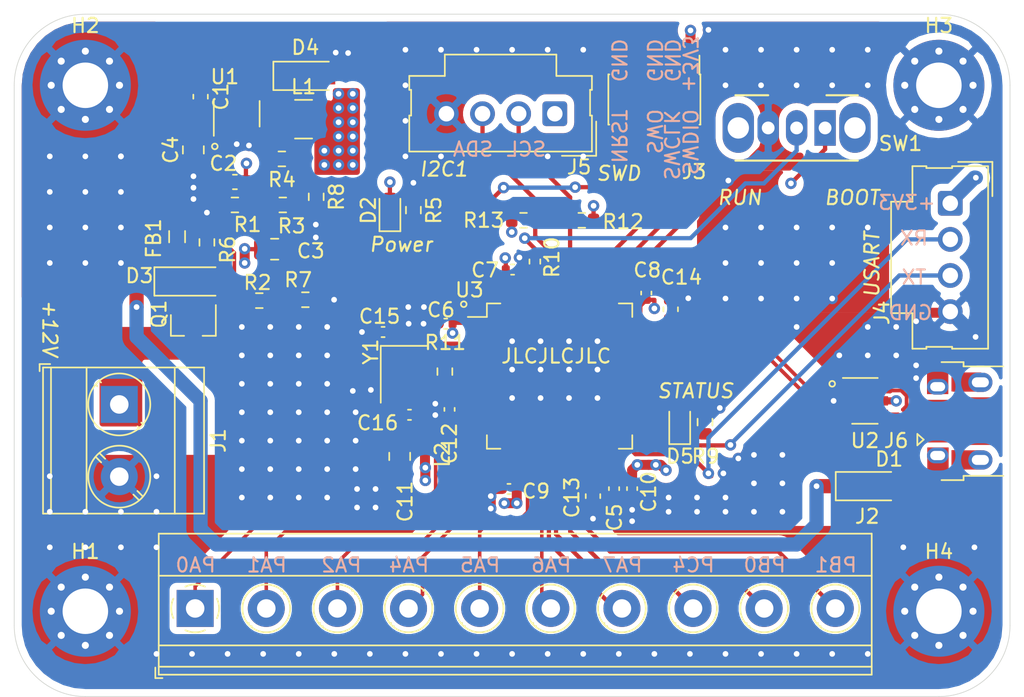
<source format=kicad_pcb>
(kicad_pcb (version 20171130) (host pcbnew "(5.1.9)-1")
  (layers (0 F.Cu signal) (1 In1.Cu power) (2 In2.Cu power) (31 B.Cu signal) (34 B.Paste user) (35 F.Paste user) (36 B.SilkS user) (37 F.SilkS user) (38 B.Mask user) (39 F.Mask user) (44 Edge.Cuts user))
  (net 0 "")
  (net 1 BUCK_SW)
  (net 2 BUCK_BST)
  (net 3 BUCK_FB)
  (net 4 GND)
  (net 5 BUCK_IN)
  (net 6 "Net-(C13-Pad1)")
  (net 7 "Net-(C14-Pad1)")
  (net 8 HSE_IN)
  (net 9 "Net-(C16-Pad1)")
  (net 10 "Net-(D1-Pad1)")
  (net 11 "Net-(D2-Pad1)")
  (net 12 "Net-(D3-Pad2)")
  (net 13 LED_STATUS)
  (net 14 "Net-(D5-Pad1)")
  (net 15 PA0)
  (net 16 PA1)
  (net 17 PA2)
  (net 18 PA4)
  (net 19 PA5)
  (net 20 PA6)
  (net 21 PA7)
  (net 22 PB0)
  (net 23 PB1)
  (net 24 PC4)
  (net 25 SDWIO)
  (net 26 SWCLK)
  (net 27 SWO)
  (net 28 "Net-(J3-Pad7)")
  (net 29 "Net-(J3-Pad8)")
  (net 30 NRST)
  (net 31 USART_TX)
  (net 32 USART_RX)
  (net 33 I2C1_SCL)
  (net 34 I2C1_SDA)
  (net 35 "Net-(J6-Pad6)")
  (net 36 USB_D-)
  (net 37 USB_D+)
  (net 38 "Net-(J6-Pad4)")
  (net 39 BUCK_EN)
  (net 40 "Net-(R3-Pad2)")
  (net 41 BOOT0)
  (net 42 "Net-(R10-Pad2)")
  (net 43 HSE_OUT)
  (net 44 "Net-(U3-Pad2)")
  (net 45 "Net-(U3-Pad3)")
  (net 46 "Net-(U3-Pad4)")
  (net 47 "Net-(U3-Pad8)")
  (net 48 "Net-(U3-Pad9)")
  (net 49 "Net-(U3-Pad10)")
  (net 50 "Net-(U3-Pad11)")
  (net 51 "Net-(U3-Pad17)")
  (net 52 "Net-(U3-Pad25)")
  (net 53 "Net-(U3-Pad28)")
  (net 54 "Net-(U3-Pad33)")
  (net 55 "Net-(U3-Pad34)")
  (net 56 "Net-(U3-Pad35)")
  (net 57 "Net-(U3-Pad37)")
  (net 58 "Net-(U3-Pad38)")
  (net 59 "Net-(U3-Pad39)")
  (net 60 "Net-(U3-Pad40)")
  (net 61 "Net-(U3-Pad41)")
  (net 62 "Net-(U3-Pad42)")
  (net 63 "Net-(U3-Pad43)")
  (net 64 "Net-(U3-Pad50)")
  (net 65 "Net-(U3-Pad51)")
  (net 66 "Net-(U3-Pad52)")
  (net 67 "Net-(U3-Pad53)")
  (net 68 "Net-(U3-Pad54)")
  (net 69 "Net-(U3-Pad56)")
  (net 70 "Net-(U3-Pad57)")
  (net 71 "Net-(U3-Pad61)")
  (net 72 "Net-(U3-Pad62)")
  (net 73 +5V)
  (net 74 +3V3)
  (net 75 +3.3VA)
  (net 76 +12V)
  (module Capacitor_SMD:C_0603_1608Metric (layer F.Cu) (at 38.1 30.8 270)
    (fp_text reference C1 (at 0 -1.43 90) (layer F.SilkS))
    (fp_text value 10nF)
    (pad 2 smd roundrect (at 0.775 0 270) (size 0.9 0.95) (layers F.Cu F.Paste F.Mask) (net 2 BUCK_BST))
    (pad 1 smd roundrect (at -0.775 0 270) (size 0.9 0.95) (layers F.Cu F.Paste F.Mask) (net 1 BUCK_SW))
  )
  (module Package_QFP:LQFP-64_10x10mm_P0.5mm (layer F.Cu) (at 63.3365 50.4565)
    (fp_text reference U3 (at -6.3365 -6.0565) (layer F.SilkS))
    (fp_text value STM32F405RGT6)
    (pad 64 smd roundrect (at -3.75 -5.675) (size 0.3 1.55) (layers F.Cu F.Paste F.Mask) (net 74 +3V3))
    (pad 63 smd roundrect (at -3.25 -5.675) (size 0.3 1.55) (layers F.Cu F.Paste F.Mask) (net 4 GND))
    (pad 62 smd roundrect (at -2.75 -5.675) (size 0.3 1.55) (layers F.Cu F.Paste F.Mask) (net 72 "Net-(U3-Pad62)"))
    (pad 61 smd roundrect (at -2.25 -5.675) (size 0.3 1.55) (layers F.Cu F.Paste F.Mask) (net 71 "Net-(U3-Pad61)"))
    (pad 60 smd roundrect (at -1.75 -5.675) (size 0.3 1.55) (layers F.Cu F.Paste F.Mask) (net 41 BOOT0))
    (pad 59 smd roundrect (at -1.25 -5.675) (size 0.3 1.55) (layers F.Cu F.Paste F.Mask) (net 34 I2C1_SDA))
    (pad 58 smd roundrect (at -0.75 -5.675) (size 0.3 1.55) (layers F.Cu F.Paste F.Mask) (net 33 I2C1_SCL))
    (pad 57 smd roundrect (at -0.25 -5.675) (size 0.3 1.55) (layers F.Cu F.Paste F.Mask) (net 70 "Net-(U3-Pad57)"))
    (pad 56 smd roundrect (at 0.25 -5.675) (size 0.3 1.55) (layers F.Cu F.Paste F.Mask) (net 69 "Net-(U3-Pad56)"))
    (pad 55 smd roundrect (at 0.75 -5.675) (size 0.3 1.55) (layers F.Cu F.Paste F.Mask) (net 27 SWO))
    (pad 54 smd roundrect (at 1.25 -5.675) (size 0.3 1.55) (layers F.Cu F.Paste F.Mask) (net 68 "Net-(U3-Pad54)"))
    (pad 53 smd roundrect (at 1.75 -5.675) (size 0.3 1.55) (layers F.Cu F.Paste F.Mask) (net 67 "Net-(U3-Pad53)"))
    (pad 52 smd roundrect (at 2.25 -5.675) (size 0.3 1.55) (layers F.Cu F.Paste F.Mask) (net 66 "Net-(U3-Pad52)"))
    (pad 51 smd roundrect (at 2.75 -5.675) (size 0.3 1.55) (layers F.Cu F.Paste F.Mask) (net 65 "Net-(U3-Pad51)"))
    (pad 50 smd roundrect (at 3.25 -5.675) (size 0.3 1.55) (layers F.Cu F.Paste F.Mask) (net 64 "Net-(U3-Pad50)"))
    (pad 49 smd roundrect (at 3.75 -5.675) (size 0.3 1.55) (layers F.Cu F.Paste F.Mask) (net 26 SWCLK))
    (pad 48 smd roundrect (at 5.675 -3.75) (size 1.55 0.3) (layers F.Cu F.Paste F.Mask) (net 74 +3V3))
    (pad 47 smd roundrect (at 5.675 -3.25) (size 1.55 0.3) (layers F.Cu F.Paste F.Mask) (net 7 "Net-(C14-Pad1)"))
    (pad 46 smd roundrect (at 5.675 -2.75) (size 1.55 0.3) (layers F.Cu F.Paste F.Mask) (net 25 SDWIO))
    (pad 45 smd roundrect (at 5.675 -2.25) (size 1.55 0.3) (layers F.Cu F.Paste F.Mask) (net 37 USB_D+))
    (pad 44 smd roundrect (at 5.675 -1.75) (size 1.55 0.3) (layers F.Cu F.Paste F.Mask) (net 36 USB_D-))
    (pad 43 smd roundrect (at 5.675 -1.25) (size 1.55 0.3) (layers F.Cu F.Paste F.Mask) (net 63 "Net-(U3-Pad43)"))
    (pad 42 smd roundrect (at 5.675 -0.75) (size 1.55 0.3) (layers F.Cu F.Paste F.Mask) (net 62 "Net-(U3-Pad42)"))
    (pad 41 smd roundrect (at 5.675 -0.25) (size 1.55 0.3) (layers F.Cu F.Paste F.Mask) (net 61 "Net-(U3-Pad41)"))
    (pad 40 smd roundrect (at 5.675 0.25) (size 1.55 0.3) (layers F.Cu F.Paste F.Mask) (net 60 "Net-(U3-Pad40)"))
    (pad 39 smd roundrect (at 5.675 0.75) (size 1.55 0.3) (layers F.Cu F.Paste F.Mask) (net 59 "Net-(U3-Pad39)"))
    (pad 38 smd roundrect (at 5.675 1.25) (size 1.55 0.3) (layers F.Cu F.Paste F.Mask) (net 58 "Net-(U3-Pad38)"))
    (pad 37 smd roundrect (at 5.675 1.75) (size 1.55 0.3) (layers F.Cu F.Paste F.Mask) (net 57 "Net-(U3-Pad37)"))
    (pad 36 smd roundrect (at 5.675 2.25) (size 1.55 0.3) (layers F.Cu F.Paste F.Mask) (net 13 LED_STATUS))
    (pad 35 smd roundrect (at 5.675 2.75) (size 1.55 0.3) (layers F.Cu F.Paste F.Mask) (net 56 "Net-(U3-Pad35)"))
    (pad 34 smd roundrect (at 5.675 3.25) (size 1.55 0.3) (layers F.Cu F.Paste F.Mask) (net 55 "Net-(U3-Pad34)"))
    (pad 33 smd roundrect (at 5.675 3.75) (size 1.55 0.3) (layers F.Cu F.Paste F.Mask) (net 54 "Net-(U3-Pad33)"))
    (pad 32 smd roundrect (at 3.75 5.675) (size 0.3 1.55) (layers F.Cu F.Paste F.Mask) (net 74 +3V3))
    (pad 31 smd roundrect (at 3.25 5.675) (size 0.3 1.55) (layers F.Cu F.Paste F.Mask) (net 6 "Net-(C13-Pad1)"))
    (pad 30 smd roundrect (at 2.75 5.675) (size 0.3 1.55) (layers F.Cu F.Paste F.Mask) (net 32 USART_RX))
    (pad 29 smd roundrect (at 2.25 5.675) (size 0.3 1.55) (layers F.Cu F.Paste F.Mask) (net 31 USART_TX))
    (pad 28 smd roundrect (at 1.75 5.675) (size 0.3 1.55) (layers F.Cu F.Paste F.Mask) (net 53 "Net-(U3-Pad28)"))
    (pad 27 smd roundrect (at 1.25 5.675) (size 0.3 1.55) (layers F.Cu F.Paste F.Mask) (net 23 PB1))
    (pad 26 smd roundrect (at 0.75 5.675) (size 0.3 1.55) (layers F.Cu F.Paste F.Mask) (net 22 PB0))
    (pad 25 smd roundrect (at 0.25 5.675) (size 0.3 1.55) (layers F.Cu F.Paste F.Mask) (net 52 "Net-(U3-Pad25)"))
    (pad 24 smd roundrect (at -0.25 5.675) (size 0.3 1.55) (layers F.Cu F.Paste F.Mask) (net 24 PC4))
    (pad 23 smd roundrect (at -0.75 5.675) (size 0.3 1.55) (layers F.Cu F.Paste F.Mask) (net 21 PA7))
    (pad 22 smd roundrect (at -1.25 5.675) (size 0.3 1.55) (layers F.Cu F.Paste F.Mask) (net 20 PA6))
    (pad 21 smd roundrect (at -1.75 5.675) (size 0.3 1.55) (layers F.Cu F.Paste F.Mask) (net 19 PA5))
    (pad 20 smd roundrect (at -2.25 5.675) (size 0.3 1.55) (layers F.Cu F.Paste F.Mask) (net 18 PA4))
    (pad 19 smd roundrect (at -2.75 5.675) (size 0.3 1.55) (layers F.Cu F.Paste F.Mask) (net 74 +3V3))
    (pad 18 smd roundrect (at -3.25 5.675) (size 0.3 1.55) (layers F.Cu F.Paste F.Mask) (net 4 GND))
    (pad 17 smd roundrect (at -3.75 5.675) (size 0.3 1.55) (layers F.Cu F.Paste F.Mask) (net 51 "Net-(U3-Pad17)"))
    (pad 16 smd roundrect (at -5.675 3.75) (size 1.55 0.3) (layers F.Cu F.Paste F.Mask) (net 17 PA2))
    (pad 15 smd roundrect (at -5.675 3.25) (size 1.55 0.3) (layers F.Cu F.Paste F.Mask) (net 16 PA1))
    (pad 14 smd roundrect (at -5.675 2.75) (size 1.55 0.3) (layers F.Cu F.Paste F.Mask) (net 15 PA0))
    (pad 13 smd roundrect (at -5.675 2.25) (size 1.55 0.3) (layers F.Cu F.Paste F.Mask) (net 75 +3.3VA))
    (pad 12 smd roundrect (at -5.675 1.75) (size 1.55 0.3) (layers F.Cu F.Paste F.Mask) (net 4 GND))
    (pad 11 smd roundrect (at -5.675 1.25) (size 1.55 0.3) (layers F.Cu F.Paste F.Mask) (net 50 "Net-(U3-Pad11)"))
    (pad 10 smd roundrect (at -5.675 0.75) (size 1.55 0.3) (layers F.Cu F.Paste F.Mask) (net 49 "Net-(U3-Pad10)"))
    (pad 9 smd roundrect (at -5.675 0.25) (size 1.55 0.3) (layers F.Cu F.Paste F.Mask) (net 48 "Net-(U3-Pad9)"))
    (pad 8 smd roundrect (at -5.675 -0.25) (size 1.55 0.3) (layers F.Cu F.Paste F.Mask) (net 47 "Net-(U3-Pad8)"))
    (pad 7 smd roundrect (at -5.675 -0.75) (size 1.55 0.3) (layers F.Cu F.Paste F.Mask) (net 30 NRST))
    (pad 6 smd roundrect (at -5.675 -1.25) (size 1.55 0.3) (layers F.Cu F.Paste F.Mask) (net 43 HSE_OUT))
    (pad 5 smd roundrect (at -5.675 -1.75) (size 1.55 0.3) (layers F.Cu F.Paste F.Mask) (net 8 HSE_IN))
    (pad 4 smd roundrect (at -5.675 -2.25) (size 1.55 0.3) (layers F.Cu F.Paste F.Mask) (net 46 "Net-(U3-Pad4)"))
    (pad 3 smd roundrect (at -5.675 -2.75) (size 1.55 0.3) (layers F.Cu F.Paste F.Mask) (net 45 "Net-(U3-Pad3)"))
    (pad 2 smd roundrect (at -5.675 -3.25) (size 1.55 0.3) (layers F.Cu F.Paste F.Mask) (net 44 "Net-(U3-Pad2)"))
    (pad 1 smd roundrect (at -5.675 -3.75) (size 1.55 0.3) (layers F.Cu F.Paste F.Mask) (net 74 +3V3))
  )
  (module MountingHole:MountingHole_3.2mm_M3_Pad_Via (layer F.Cu) (at 90 67)
    (fp_text reference H4 (at 0 -4.2) (layer F.SilkS))
    (fp_text value MountingHole_Pad)
    (pad 1 thru_hole circle (at 0 0) (size 6.4 6.4) (drill 3.2) (layers *.Cu *.Mask) (net 4 GND))
    (pad 1 thru_hole circle (at 2.4 0) (size 0.8 0.8) (drill 0.5) (layers *.Cu *.Mask) (net 4 GND))
    (pad 1 thru_hole circle (at 1.697056 1.697056) (size 0.8 0.8) (drill 0.5) (layers *.Cu *.Mask) (net 4 GND))
    (pad 1 thru_hole circle (at 0 2.4) (size 0.8 0.8) (drill 0.5) (layers *.Cu *.Mask) (net 4 GND))
    (pad 1 thru_hole circle (at -1.697056 1.697056) (size 0.8 0.8) (drill 0.5) (layers *.Cu *.Mask) (net 4 GND))
    (pad 1 thru_hole circle (at -2.4 0) (size 0.8 0.8) (drill 0.5) (layers *.Cu *.Mask) (net 4 GND))
    (pad 1 thru_hole circle (at -1.697056 -1.697056) (size 0.8 0.8) (drill 0.5) (layers *.Cu *.Mask) (net 4 GND))
    (pad 1 thru_hole circle (at 0 -2.4) (size 0.8 0.8) (drill 0.5) (layers *.Cu *.Mask) (net 4 GND))
    (pad 1 thru_hole circle (at 1.697056 -1.697056) (size 0.8 0.8) (drill 0.5) (layers *.Cu *.Mask) (net 4 GND))
  )
  (module MountingHole:MountingHole_3.2mm_M3_Pad_Via (layer F.Cu) (at 90 30)
    (fp_text reference H3 (at 0 -4.2) (layer F.SilkS))
    (fp_text value MountingHole_Pad)
    (pad 1 thru_hole circle (at 1.697056 -1.697056) (size 0.8 0.8) (drill 0.5) (layers *.Cu *.Mask) (net 4 GND))
    (pad 1 thru_hole circle (at 0 -2.4) (size 0.8 0.8) (drill 0.5) (layers *.Cu *.Mask) (net 4 GND))
    (pad 1 thru_hole circle (at -1.697056 -1.697056) (size 0.8 0.8) (drill 0.5) (layers *.Cu *.Mask) (net 4 GND))
    (pad 1 thru_hole circle (at -2.4 0) (size 0.8 0.8) (drill 0.5) (layers *.Cu *.Mask) (net 4 GND))
    (pad 1 thru_hole circle (at -1.697056 1.697056) (size 0.8 0.8) (drill 0.5) (layers *.Cu *.Mask) (net 4 GND))
    (pad 1 thru_hole circle (at 0 2.4) (size 0.8 0.8) (drill 0.5) (layers *.Cu *.Mask) (net 4 GND))
    (pad 1 thru_hole circle (at 1.697056 1.697056) (size 0.8 0.8) (drill 0.5) (layers *.Cu *.Mask) (net 4 GND))
    (pad 1 thru_hole circle (at 2.4 0) (size 0.8 0.8) (drill 0.5) (layers *.Cu *.Mask) (net 4 GND))
    (pad 1 thru_hole circle (at 0 0) (size 6.4 6.4) (drill 3.2) (layers *.Cu *.Mask) (net 4 GND))
  )
  (module MountingHole:MountingHole_3.2mm_M3_Pad_Via (layer F.Cu) (at 30 30)
    (fp_text reference H2 (at 0 -4.2) (layer F.SilkS))
    (fp_text value MountingHole_Pad)
    (pad 1 thru_hole circle (at 1.697056 -1.697056) (size 0.8 0.8) (drill 0.5) (layers *.Cu *.Mask) (net 4 GND))
    (pad 1 thru_hole circle (at 0 -2.4) (size 0.8 0.8) (drill 0.5) (layers *.Cu *.Mask) (net 4 GND))
    (pad 1 thru_hole circle (at -1.697056 -1.697056) (size 0.8 0.8) (drill 0.5) (layers *.Cu *.Mask) (net 4 GND))
    (pad 1 thru_hole circle (at -2.4 0) (size 0.8 0.8) (drill 0.5) (layers *.Cu *.Mask) (net 4 GND))
    (pad 1 thru_hole circle (at -1.697056 1.697056) (size 0.8 0.8) (drill 0.5) (layers *.Cu *.Mask) (net 4 GND))
    (pad 1 thru_hole circle (at 0 2.4) (size 0.8 0.8) (drill 0.5) (layers *.Cu *.Mask) (net 4 GND))
    (pad 1 thru_hole circle (at 1.697056 1.697056) (size 0.8 0.8) (drill 0.5) (layers *.Cu *.Mask) (net 4 GND))
    (pad 1 thru_hole circle (at 2.4 0) (size 0.8 0.8) (drill 0.5) (layers *.Cu *.Mask) (net 4 GND))
    (pad 1 thru_hole circle (at 0 0) (size 6.4 6.4) (drill 3.2) (layers *.Cu *.Mask) (net 4 GND))
  )
  (module MountingHole:MountingHole_3.2mm_M3_Pad_Via (layer F.Cu) (at 30 67)
    (fp_text reference H1 (at 0 -4.2) (layer F.SilkS))
    (fp_text value MountingHole_Pad)
    (pad 1 thru_hole circle (at 1.697056 -1.697056) (size 0.8 0.8) (drill 0.5) (layers *.Cu *.Mask) (net 4 GND))
    (pad 1 thru_hole circle (at 0 -2.4) (size 0.8 0.8) (drill 0.5) (layers *.Cu *.Mask) (net 4 GND))
    (pad 1 thru_hole circle (at -1.697056 -1.697056) (size 0.8 0.8) (drill 0.5) (layers *.Cu *.Mask) (net 4 GND))
    (pad 1 thru_hole circle (at -2.4 0) (size 0.8 0.8) (drill 0.5) (layers *.Cu *.Mask) (net 4 GND))
    (pad 1 thru_hole circle (at -1.697056 1.697056) (size 0.8 0.8) (drill 0.5) (layers *.Cu *.Mask) (net 4 GND))
    (pad 1 thru_hole circle (at 0 2.4) (size 0.8 0.8) (drill 0.5) (layers *.Cu *.Mask) (net 4 GND))
    (pad 1 thru_hole circle (at 1.697056 1.697056) (size 0.8 0.8) (drill 0.5) (layers *.Cu *.Mask) (net 4 GND))
    (pad 1 thru_hole circle (at 2.4 0) (size 0.8 0.8) (drill 0.5) (layers *.Cu *.Mask) (net 4 GND))
    (pad 1 thru_hole circle (at 0 0) (size 6.4 6.4) (drill 3.2) (layers *.Cu *.Mask) (net 4 GND))
  )
  (module Capacitor_SMD:C_0402_1005Metric (layer F.Cu) (at 55.6 52.8 90)
    (fp_text reference C12 (at -2.4 0 90) (layer F.SilkS))
    (fp_text value 10nF)
    (pad 2 smd roundrect (at 0.48 0 90) (size 0.56 0.62) (layers F.Cu F.Paste F.Mask) (net 4 GND))
    (pad 1 smd roundrect (at -0.48 0 90) (size 0.56 0.62) (layers F.Cu F.Paste F.Mask) (net 75 +3.3VA))
  )
  (module Capacitor_SMD:C_0603_1608Metric (layer F.Cu) (at 40.513 36.8 180)
    (fp_text reference C2 (at 0.813 1.3) (layer F.SilkS))
    (fp_text value 33pF)
    (pad 2 smd roundrect (at 0.775 0 180) (size 0.9 0.95) (layers F.Cu F.Paste F.Mask) (net 3 BUCK_FB))
    (pad 1 smd roundrect (at -0.775 0 180) (size 0.9 0.95) (layers F.Cu F.Paste F.Mask) (net 74 +3V3))
  )
  (module Resistor_SMD:R_0603_1608Metric (layer F.Cu) (at 43.815 35.179)
    (fp_text reference R4 (at 0 1.4605) (layer F.SilkS))
    (fp_text value 75K)
    (pad 2 smd roundrect (at 0.825 0) (size 0.8 0.95) (layers F.Cu F.Paste F.Mask) (net 40 "Net-(R3-Pad2)"))
    (pad 1 smd roundrect (at -0.825 0) (size 0.8 0.95) (layers F.Cu F.Paste F.Mask) (net 3 BUCK_FB))
  )
  (module Resistor_SMD:R_0603_1608Metric (layer F.Cu) (at 43.879 38.4175)
    (fp_text reference R3 (at 0.621 1.4825) (layer F.SilkS))
    (fp_text value 75K)
    (pad 2 smd roundrect (at 0.825 0) (size 0.8 0.95) (layers F.Cu F.Paste F.Mask) (net 40 "Net-(R3-Pad2)"))
    (pad 1 smd roundrect (at -0.825 0) (size 0.8 0.95) (layers F.Cu F.Paste F.Mask) (net 3 BUCK_FB))
  )
  (module Resistor_SMD:R_0603_1608Metric (layer F.Cu) (at 42.228 45.1485)
    (fp_text reference R2 (at -0.1275 -1.27) (layer F.SilkS))
    (fp_text value 100K)
    (pad 1 smd roundrect (at -0.825 0) (size 0.8 0.95) (layers F.Cu F.Paste F.Mask) (net 5 BUCK_IN))
    (pad 2 smd roundrect (at 0.825 0) (size 0.8 0.95) (layers F.Cu F.Paste F.Mask) (net 39 BUCK_EN))
  )
  (module TerminalBlock_Phoenix:TerminalBlock_Phoenix_MKDS-3-2-5.08_1x02_P5.08mm_Horizontal (layer F.Cu) (at 32.385 52.451 270)
    (fp_text reference J1 (at 2.54 -6.96 90) (layer F.SilkS))
    (fp_text value Screw_Terminal_01x02)
    (pad 2 thru_hole circle (at 5.08 0 270) (size 2.6 2.6) (drill 1.3) (layers *.Cu *.Mask) (net 4 GND))
    (pad 1 thru_hole rect (at 0 0 270) (size 2.6 2.6) (drill 1.3) (layers *.Cu *.Mask) (net 76 +12V))
  )
  (module Connector_PinHeader_1.27mm:PinHeader_2x05_P1.27mm_Vertical_SMD (layer F.Cu) (at 70 31 270)
    (fp_text reference J3 (at 5.08 -2.794 180) (layer F.SilkS))
    (fp_text value SWD)
    (pad 1 smd rect (at -1.95 -2.54 270) (size 2.4 0.74) (layers F.Cu F.Paste F.Mask) (net 74 +3V3))
    (pad 2 smd rect (at 1.95 -2.54 270) (size 2.4 0.74) (layers F.Cu F.Paste F.Mask) (net 25 SDWIO))
    (pad 3 smd rect (at -1.95 -1.27 270) (size 2.4 0.74) (layers F.Cu F.Paste F.Mask) (net 4 GND))
    (pad 4 smd rect (at 1.95 -1.27 270) (size 2.4 0.74) (layers F.Cu F.Paste F.Mask) (net 26 SWCLK))
    (pad 5 smd rect (at -1.95 0 270) (size 2.4 0.74) (layers F.Cu F.Paste F.Mask) (net 4 GND))
    (pad 6 smd rect (at 1.95 0 270) (size 2.4 0.74) (layers F.Cu F.Paste F.Mask) (net 27 SWO))
    (pad 7 smd rect (at -1.95 1.27 270) (size 2.4 0.74) (layers F.Cu F.Paste F.Mask) (net 28 "Net-(J3-Pad7)"))
    (pad 8 smd rect (at 1.95 1.27 270) (size 2.4 0.74) (layers F.Cu F.Paste F.Mask) (net 29 "Net-(J3-Pad8)"))
    (pad 9 smd rect (at -1.95 2.54 270) (size 2.4 0.74) (layers F.Cu F.Paste F.Mask) (net 4 GND))
    (pad 10 smd rect (at 1.95 2.54 270) (size 2.4 0.74) (layers F.Cu F.Paste F.Mask) (net 30 NRST))
  )
  (module Package_TO_SOT_SMD:SOT-23 (layer F.Cu) (at 37.592 46.863 270)
    (fp_text reference Q1 (at -0.762 2.413 90) (layer F.SilkS))
    (fp_text value AO3401A)
    (pad 3 smd rect (at 1 0 270) (size 0.9 0.8) (layers F.Cu F.Paste F.Mask) (net 76 +12V))
    (pad 2 smd rect (at -1 0.95 270) (size 0.9 0.8) (layers F.Cu F.Paste F.Mask) (net 10 "Net-(D1-Pad1)"))
    (pad 1 smd rect (at -1 -0.95 270) (size 0.9 0.8) (layers F.Cu F.Paste F.Mask) (net 12 "Net-(D3-Pad2)"))
  )
  (module Resistor_SMD:R_0603_1608Metric (layer F.Cu) (at 60.8 39.5 180)
    (fp_text reference R13 (at 2.8 0) (layer F.SilkS))
    (fp_text value 2.2K)
    (pad 2 smd roundrect (at 0.825 0 180) (size 0.8 0.95) (layers F.Cu F.Paste F.Mask) (net 74 +3V3))
    (pad 1 smd roundrect (at -0.825 0 180) (size 0.8 0.95) (layers F.Cu F.Paste F.Mask) (net 34 I2C1_SDA))
  )
  (module Package_TO_SOT_SMD:SOT-23-6 (layer F.Cu) (at 40.64 32.004 90)
    (fp_text reference U1 (at 2.604 -0.84 180) (layer F.SilkS))
    (fp_text value MP2451)
    (pad 1 smd rect (at -1.1 -0.95 90) (size 1.06 0.65) (layers F.Cu F.Paste F.Mask) (net 2 BUCK_BST))
    (pad 2 smd rect (at -1.1 0 90) (size 1.06 0.65) (layers F.Cu F.Paste F.Mask) (net 4 GND))
    (pad 3 smd rect (at -1.1 0.95 90) (size 1.06 0.65) (layers F.Cu F.Paste F.Mask) (net 3 BUCK_FB))
    (pad 4 smd rect (at 1.1 0.95 90) (size 1.06 0.65) (layers F.Cu F.Paste F.Mask) (net 39 BUCK_EN))
    (pad 6 smd rect (at 1.1 -0.95 90) (size 1.06 0.65) (layers F.Cu F.Paste F.Mask) (net 1 BUCK_SW))
    (pad 5 smd rect (at 1.1 0 90) (size 1.06 0.65) (layers F.Cu F.Paste F.Mask) (net 5 BUCK_IN))
  )
  (module Resistor_SMD:R_0603_1608Metric (layer F.Cu) (at 40.513 38.4175 180)
    (fp_text reference R1 (at -0.887 -1.3825) (layer F.SilkS))
    (fp_text value 120K)
    (pad 2 smd roundrect (at 0.825 0 180) (size 0.8 0.95) (layers F.Cu F.Paste F.Mask) (net 3 BUCK_FB))
    (pad 1 smd roundrect (at -0.825 0 180) (size 0.8 0.95) (layers F.Cu F.Paste F.Mask) (net 74 +3V3))
  )
  (module Resistor_SMD:R_0603_1608Metric (layer F.Cu) (at 55.272 50.139 90)
    (fp_text reference R11 (at 2.039 0.028 180) (layer F.SilkS))
    (fp_text value 47)
    (pad 2 smd roundrect (at 0.825 0 90) (size 0.8 0.95) (layers F.Cu F.Paste F.Mask) (net 43 HSE_OUT))
    (pad 1 smd roundrect (at -0.825 0 90) (size 0.8 0.95) (layers F.Cu F.Paste F.Mask) (net 9 "Net-(C16-Pad1)"))
  )
  (module Resistor_SMD:R_0402_1005Metric (layer F.Cu) (at 61.6 42.4 90)
    (fp_text reference R10 (at 0.3 1.2 90) (layer F.SilkS))
    (fp_text value 10k)
    (pad 2 smd roundrect (at 0.51 0 90) (size 0.54 0.64) (layers F.Cu F.Paste F.Mask) (net 42 "Net-(R10-Pad2)"))
    (pad 1 smd roundrect (at -0.51 0 90) (size 0.54 0.64) (layers F.Cu F.Paste F.Mask) (net 41 BOOT0))
  )
  (module Package_TO_SOT_SMD:SOT-23-6 (layer F.Cu) (at 84.8 52.2)
    (fp_text reference U2 (at 0 2.8) (layer F.SilkS))
    (fp_text value SRV05-4)
    (pad 5 smd rect (at 1.1 0) (size 1.06 0.65) (layers F.Cu F.Paste F.Mask) (net 73 +5V))
    (pad 6 smd rect (at 1.1 -0.95) (size 1.06 0.65) (layers F.Cu F.Paste F.Mask) (net 37 USB_D+))
    (pad 4 smd rect (at 1.1 0.95) (size 1.06 0.65) (layers F.Cu F.Paste F.Mask) (net 36 USB_D-))
    (pad 3 smd rect (at -1.1 0.95) (size 1.06 0.65) (layers F.Cu F.Paste F.Mask) (net 36 USB_D-))
    (pad 2 smd rect (at -1.1 0) (size 1.06 0.65) (layers F.Cu F.Paste F.Mask) (net 4 GND))
    (pad 1 smd rect (at -1.1 -0.95) (size 1.06 0.65) (layers F.Cu F.Paste F.Mask) (net 37 USB_D+))
  )
  (module Resistor_SMD:R_0603_1608Metric (layer F.Cu) (at 38.5445 41.053 90)
    (fp_text reference R6 (at -0.508 1.4605 90) (layer F.SilkS))
    (fp_text value 100K)
    (pad 2 smd roundrect (at 0.825 0 90) (size 0.8 0.95) (layers F.Cu F.Paste F.Mask) (net 4 GND))
    (pad 1 smd roundrect (at -0.825 0 90) (size 0.8 0.95) (layers F.Cu F.Paste F.Mask) (net 12 "Net-(D3-Pad2)"))
  )
  (module Resistor_SMD:R_0603_1608Metric (layer F.Cu) (at 45.466 45.085)
    (fp_text reference R7 (at -0.508 -1.397) (layer F.SilkS))
    (fp_text value 68K)
    (pad 1 smd roundrect (at -0.825 0) (size 0.8 0.95) (layers F.Cu F.Paste F.Mask) (net 39 BUCK_EN))
    (pad 2 smd roundrect (at 0.825 0) (size 0.8 0.95) (layers F.Cu F.Paste F.Mask) (net 4 GND))
  )
  (module Crystal:Crystal_SMD_3225-4Pin_3.2x2.5mm (layer F.Cu) (at 52.4145 50.3295 270)
    (fp_text reference Y1 (at -1.5875 2.3495 90) (layer F.SilkS))
    (fp_text value 16MHz)
    (pad 4 smd rect (at -1.1 -0.85 270) (size 1.4 1.2) (layers F.Cu F.Paste F.Mask) (net 4 GND))
    (pad 3 smd rect (at 1.1 -0.85 270) (size 1.4 1.2) (layers F.Cu F.Paste F.Mask) (net 9 "Net-(C16-Pad1)"))
    (pad 2 smd rect (at 1.1 0.85 270) (size 1.4 1.2) (layers F.Cu F.Paste F.Mask) (net 4 GND))
    (pad 1 smd rect (at -1.1 0.85 270) (size 1.4 1.2) (layers F.Cu F.Paste F.Mask) (net 8 HSE_IN))
  )
  (module Connector_Molex:Molex_SL_171971-0004_1x04_P2.54mm_Vertical (layer F.Cu) (at 90.8 38.3 270)
    (fp_text reference J4 (at 7.7 4.8 90) (layer F.SilkS))
    (fp_text value Conn_01x04)
    (pad 4 thru_hole circle (at 7.62 0 270) (size 1.74 1.74) (drill 1.09) (layers *.Cu *.Mask) (net 4 GND))
    (pad 3 thru_hole circle (at 5.08 0 270) (size 1.74 1.74) (drill 1.09) (layers *.Cu *.Mask) (net 31 USART_TX))
    (pad 2 thru_hole circle (at 2.54 0 270) (size 1.74 1.74) (drill 1.09) (layers *.Cu *.Mask) (net 32 USART_RX))
    (pad 1 thru_hole roundrect (at 0 0 270) (size 1.74 1.74) (drill 1.09) (layers *.Cu *.Mask) (roundrect_rratio 0.1436775862068966) (net 74 +3V3))
  )
  (module Resistor_SMD:R_0603_1608Metric (layer F.Cu) (at 73.56 53.695 90)
    (fp_text reference R9 (at -2.405 0.04 180) (layer F.SilkS))
    (fp_text value 1.5K)
    (pad 1 smd roundrect (at -0.825 0 90) (size 0.8 0.95) (layers F.Cu F.Paste F.Mask) (net 14 "Net-(D5-Pad1)"))
    (pad 2 smd roundrect (at 0.825 0 90) (size 0.8 0.95) (layers F.Cu F.Paste F.Mask) (net 4 GND))
  )
  (module Button_Switch_THT:SW_CuK_OS102011MA1QN1_SPDT_Angled (layer F.Cu) (at 82 33 180)
    (fp_text reference SW1 (at -5.3 -1.1) (layer F.SilkS))
    (fp_text value SW_SPDT)
    (pad 1 thru_hole rect (at 0 0 180) (size 1.5 2.5) (drill 0.9) (layers *.Cu *.Mask) (net 74 +3V3))
    (pad 2 thru_hole oval (at 2 0 180) (size 1.5 2.5) (drill 0.9) (layers *.Cu *.Mask) (net 42 "Net-(R10-Pad2)"))
    (pad 3 thru_hole oval (at 4 0 180) (size 1.5 2.5) (drill 0.9) (layers *.Cu *.Mask) (net 4 GND))
    (pad "" thru_hole oval (at -2.1 0 180) (size 2.2 3.5) (drill 1.5) (layers *.Cu *.Mask))
    (pad "" thru_hole oval (at 6.1 0 180) (size 2.2 3.5) (drill 1.5) (layers *.Cu *.Mask))
  )
  (module TerminalBlock_Phoenix:TerminalBlock_Phoenix_MKDS-1,5-10_1x10_P5.00mm_Horizontal (layer F.Cu) (at 37.719 66.802)
    (fp_text reference J2 (at 47.244 -6.477) (layer F.SilkS))
    (fp_text value Screw_Terminal_01x10)
    (pad 1 thru_hole rect (at 0 0) (size 2.6 2.6) (drill 1.3) (layers *.Cu *.Mask) (net 15 PA0))
    (pad 2 thru_hole circle (at 5 0) (size 2.6 2.6) (drill 1.3) (layers *.Cu *.Mask) (net 16 PA1))
    (pad 3 thru_hole circle (at 10 0) (size 2.6 2.6) (drill 1.3) (layers *.Cu *.Mask) (net 17 PA2))
    (pad 4 thru_hole circle (at 15 0) (size 2.6 2.6) (drill 1.3) (layers *.Cu *.Mask) (net 18 PA4))
    (pad 5 thru_hole circle (at 20 0) (size 2.6 2.6) (drill 1.3) (layers *.Cu *.Mask) (net 19 PA5))
    (pad 6 thru_hole circle (at 25 0) (size 2.6 2.6) (drill 1.3) (layers *.Cu *.Mask) (net 20 PA6))
    (pad 7 thru_hole circle (at 30 0) (size 2.6 2.6) (drill 1.3) (layers *.Cu *.Mask) (net 21 PA7))
    (pad 8 thru_hole circle (at 35 0) (size 2.6 2.6) (drill 1.3) (layers *.Cu *.Mask) (net 24 PC4))
    (pad 9 thru_hole circle (at 40 0) (size 2.6 2.6) (drill 1.3) (layers *.Cu *.Mask) (net 22 PB0))
    (pad 10 thru_hole circle (at 45 0) (size 2.6 2.6) (drill 1.3) (layers *.Cu *.Mask) (net 23 PB1))
  )
  (module Inductor_SMD:L_1210_3225Metric (layer F.Cu) (at 45.339 32.385)
    (fp_text reference L1 (at 0 -2.28) (layer F.SilkS))
    (fp_text value 2.2uH)
    (pad 1 smd roundrect (at -1.4 0) (size 1.25 2.65) (layers F.Cu F.Paste F.Mask) (roundrect_rratio 0.2) (net 1 BUCK_SW))
    (pad 2 smd roundrect (at 1.4 0) (size 1.25 2.65) (layers F.Cu F.Paste F.Mask) (roundrect_rratio 0.2) (net 74 +3V3))
  )
  (module Resistor_SMD:R_0603_1608Metric (layer F.Cu) (at 64.9 39.5)
    (fp_text reference R12 (at 2.9 0.1) (layer F.SilkS))
    (fp_text value 2.2K)
    (pad 1 smd roundrect (at -0.825 0) (size 0.8 0.95) (layers F.Cu F.Paste F.Mask) (net 33 I2C1_SCL))
    (pad 2 smd roundrect (at 0.825 0) (size 0.8 0.95) (layers F.Cu F.Paste F.Mask) (net 74 +3V3))
  )
  (module Connector_Molex:Molex_SL_171971-0004_1x04_P2.54mm_Vertical (layer F.Cu) (at 63 32 180)
    (fp_text reference J5 (at -1.71 -3.75) (layer F.SilkS))
    (fp_text value Conn_01x04)
    (pad 1 thru_hole roundrect (at 0 0 180) (size 1.74 1.74) (drill 1.09) (layers *.Cu *.Mask) (roundrect_rratio 0.1436775862068966) (net 74 +3V3))
    (pad 2 thru_hole circle (at 2.54 0 180) (size 1.74 1.74) (drill 1.09) (layers *.Cu *.Mask) (net 33 I2C1_SCL))
    (pad 3 thru_hole circle (at 5.08 0 180) (size 1.74 1.74) (drill 1.09) (layers *.Cu *.Mask) (net 34 I2C1_SDA))
    (pad 4 thru_hole circle (at 7.62 0 180) (size 1.74 1.74) (drill 1.09) (layers *.Cu *.Mask) (net 4 GND))
  )
  (module Resistor_SMD:R_0603_1608Metric (layer F.Cu) (at 53.0605 38.781 90)
    (fp_text reference R5 (at -0.019 1.4395 90) (layer F.SilkS))
    (fp_text value 1.5K)
    (pad 1 smd roundrect (at -0.825 0 90) (size 0.8 0.95) (layers F.Cu F.Paste F.Mask) (net 11 "Net-(D2-Pad1)"))
    (pad 2 smd roundrect (at 0.825 0 90) (size 0.8 0.95) (layers F.Cu F.Paste F.Mask) (net 4 GND))
  )
  (module Connector_USB:USB_Micro-B_Amphenol_10103594-0001LF_Horizontal (layer F.Cu) (at 91.8 53.6 90)
    (fp_text reference J6 (at -1.4 -4.8 180) (layer F.SilkS))
    (fp_text value USB_B_Micro)
    (pad 6 smd rect (at 2.725 0.185 90) (size 1.35 2) (layers F.Cu F.Paste F.Mask) (net 35 "Net-(J6-Pad6)"))
    (pad 6 smd rect (at -2.755 0.185 90) (size 1.35 2) (layers F.Cu F.Paste F.Mask) (net 35 "Net-(J6-Pad6)"))
    (pad 6 smd rect (at -2.975 -0.565 90) (size 1.825 0.7) (layers F.Cu F.Paste F.Mask) (net 35 "Net-(J6-Pad6)"))
    (pad 6 smd rect (at 2.975 -0.565 90) (size 1.825 0.7) (layers F.Cu F.Paste F.Mask) (net 35 "Net-(J6-Pad6)"))
    (pad 6 smd rect (at -2.875 -1.865 90) (size 2 1.5) (layers F.Cu F.Paste F.Mask) (net 35 "Net-(J6-Pad6)"))
    (pad 6 smd rect (at 2.875 -1.885 90) (size 2 1.5) (layers F.Cu F.Paste F.Mask) (net 35 "Net-(J6-Pad6)"))
    (pad 1 smd rect (at -1.325 -1.765 180) (size 1.65 0.4) (layers F.Cu F.Paste F.Mask) (net 73 +5V))
    (pad 2 smd rect (at -0.675 -1.765 180) (size 1.65 0.4) (layers F.Cu F.Paste F.Mask) (net 36 USB_D-))
    (pad 3 smd rect (at -0.025 -1.765 180) (size 1.65 0.4) (layers F.Cu F.Paste F.Mask) (net 37 USB_D+))
    (pad 4 smd rect (at 0.625 -1.765 180) (size 1.65 0.4) (layers F.Cu F.Paste F.Mask) (net 38 "Net-(J6-Pad4)"))
    (pad 5 smd rect (at 1.275 -1.765 180) (size 1.65 0.4) (layers F.Cu F.Paste F.Mask) (net 4 GND))
    (pad 6 thru_hole oval (at -2.445 -1.885 180) (size 1.5 1.1) (drill oval 1.05 0.65) (layers *.Cu *.Mask) (net 35 "Net-(J6-Pad6)"))
    (pad 6 thru_hole oval (at 2.395 -1.885 180) (size 1.5 1.1) (drill oval 1.05 0.65) (layers *.Cu *.Mask) (net 35 "Net-(J6-Pad6)"))
    (pad 6 thru_hole oval (at -2.755 1.115 180) (size 1.7 1.35) (drill oval 1.2 0.7) (layers *.Cu *.Mask) (net 35 "Net-(J6-Pad6)"))
    (pad 6 thru_hole oval (at 2.705 1.115 180) (size 1.7 1.35) (drill oval 1.2 0.7) (layers *.Cu *.Mask) (net 35 "Net-(J6-Pad6)"))
    (pad 6 smd rect (at -0.985 1.385 180) (size 2.5 1.43) (layers F.Cu F.Paste F.Mask) (net 35 "Net-(J6-Pad6)"))
    (pad 6 smd rect (at 0.935 1.385 180) (size 2.5 1.43) (layers F.Cu F.Paste F.Mask) (net 35 "Net-(J6-Pad6)"))
  )
  (module Inductor_SMD:L_0402_1005Metric (layer F.Cu) (at 53.875 55.346 90)
    (fp_text reference L2 (at -0.654 1.225 90) (layer F.SilkS))
    (fp_text value 39nH)
    (pad 1 smd roundrect (at -0.485 0 90) (size 0.59 0.64) (layers F.Cu F.Paste F.Mask) (net 74 +3V3))
    (pad 2 smd roundrect (at 0.485 0 90) (size 0.59 0.64) (layers F.Cu F.Paste F.Mask) (net 75 +3.3VA))
  )
  (module Resistor_SMD:R_0603_1608Metric (layer F.Cu) (at 46.228 37.846 270)
    (fp_text reference R8 (at 0 -1.43 90) (layer F.SilkS))
    (fp_text value 1K)
    (pad 1 smd roundrect (at -0.825 0 270) (size 0.8 0.95) (layers F.Cu F.Paste F.Mask) (net 40 "Net-(R3-Pad2)"))
    (pad 2 smd roundrect (at 0.825 0 270) (size 0.8 0.95) (layers F.Cu F.Paste F.Mask) (net 4 GND))
  )
  (module Capacitor_SMD:C_0805_2012Metric (layer F.Cu) (at 43.307 41.529)
    (fp_text reference C3 (at 2.54 0.127) (layer F.SilkS))
    (fp_text value 10uF)
    (pad 1 smd roundrect (at -0.95 0) (size 1 1.45) (layers F.Cu F.Paste F.Mask) (net 74 +3V3))
    (pad 2 smd roundrect (at 0.95 0) (size 1 1.45) (layers F.Cu F.Paste F.Mask) (net 4 GND))
  )
  (module Capacitor_SMD:C_0402_1005Metric (layer F.Cu) (at 52.78628 53.17998 180)
    (fp_text reference C16 (at 2.23628 -0.57002) (layer F.SilkS))
    (fp_text value 12pF)
    (pad 2 smd roundrect (at 0.48 0 180) (size 0.56 0.62) (layers F.Cu F.Paste F.Mask) (net 4 GND))
    (pad 1 smd roundrect (at -0.48 0 180) (size 0.56 0.62) (layers F.Cu F.Paste F.Mask) (net 9 "Net-(C16-Pad1)"))
  )
  (module Diode_SMD:D_SOD-123 (layer F.Cu) (at 85 58.2)
    (fp_text reference D1 (at 1.5 -1.9) (layer F.SilkS))
    (fp_text value B5819W)
    (pad 1 smd rect (at -1.65 0) (size 0.9 1.2) (layers F.Cu F.Paste F.Mask) (net 10 "Net-(D1-Pad1)"))
    (pad 2 smd rect (at 1.65 0) (size 0.9 1.2) (layers F.Cu F.Paste F.Mask) (net 73 +5V))
  )
  (module Diode_SMD:D_MiniMELF (layer F.Cu) (at 37.4 43.8)
    (fp_text reference D3 (at -3.6 -0.4) (layer F.SilkS))
    (fp_text value "ZMM 5V6")
    (pad 2 smd rect (at 1.75 0) (size 1.3 1.7) (layers F.Cu F.Paste F.Mask) (net 12 "Net-(D3-Pad2)"))
    (pad 1 smd rect (at -1.75 0) (size 1.3 1.7) (layers F.Cu F.Paste F.Mask) (net 10 "Net-(D1-Pad1)"))
  )
  (module LED_SMD:LED_0603_1608Metric (layer F.Cu) (at 51.4095 38.781 90)
    (fp_text reference D2 (at -0.019 -1.5095 90) (layer F.SilkS))
    (fp_text value RED)
    (pad 1 smd roundrect (at -0.7875 0 90) (size 0.875 0.95) (layers F.Cu F.Paste F.Mask) (net 11 "Net-(D2-Pad1)"))
    (pad 2 smd roundrect (at 0.7875 0 90) (size 0.875 0.95) (layers F.Cu F.Paste F.Mask) (net 74 +3V3))
  )
  (module Diode_SMD:D_SOD-123 (layer F.Cu) (at 45.466 29.337)
    (fp_text reference D4 (at 0 -2) (layer F.SilkS))
    (fp_text value B5819W)
    (pad 2 smd rect (at 1.65 0) (size 0.9 1.2) (layers F.Cu F.Paste F.Mask) (net 4 GND))
    (pad 1 smd rect (at -1.65 0) (size 0.9 1.2) (layers F.Cu F.Paste F.Mask) (net 1 BUCK_SW))
  )
  (module LED_SMD:LED_0603_1608Metric (layer F.Cu) (at 71.782 53.7585 90)
    (fp_text reference D5 (at -2.3415 0.018) (layer F.SilkS))
    (fp_text value BLUE)
    (pad 1 smd roundrect (at -0.7875 0 90) (size 0.875 0.95) (layers F.Cu F.Paste F.Mask) (net 14 "Net-(D5-Pad1)"))
    (pad 2 smd roundrect (at 0.7875 0 90) (size 0.875 0.95) (layers F.Cu F.Paste F.Mask) (net 13 LED_STATUS))
  )
  (module Inductor_SMD:L_0805_2012Metric (layer F.Cu) (at 36.45 40.65 270)
    (fp_text reference FB1 (at 0.127 1.651 90) (layer F.SilkS))
    (fp_text value 600@600MHz)
    (pad 2 smd roundrect (at 1.0625 0 270) (size 0.875 1.2) (layers F.Cu F.Paste F.Mask) (net 10 "Net-(D1-Pad1)"))
    (pad 1 smd roundrect (at -1.0625 0 270) (size 0.875 1.2) (layers F.Cu F.Paste F.Mask) (net 5 BUCK_IN))
  )
  (module Capacitor_SMD:C_0402_1005Metric (layer F.Cu) (at 60.0345 42.9635)
    (fp_text reference C7 (at -1.9345 0.0365) (layer F.SilkS))
    (fp_text value 100nF)
    (pad 1 smd roundrect (at -0.48 0) (size 0.56 0.62) (layers F.Cu F.Paste F.Mask) (net 74 +3V3))
    (pad 2 smd roundrect (at 0.48 0) (size 0.56 0.62) (layers F.Cu F.Paste F.Mask) (net 4 GND))
  )
  (module Capacitor_SMD:C_0402_1005Metric (layer F.Cu) (at 67.1666 58.374 270)
    (fp_text reference C5 (at 2.026 -0.0334 90) (layer F.SilkS))
    (fp_text value 4.7uF)
    (pad 2 smd roundrect (at 0.48 0 270) (size 0.56 0.62) (layers F.Cu F.Paste F.Mask) (net 4 GND))
    (pad 1 smd roundrect (at -0.48 0 270) (size 0.56 0.62) (layers F.Cu F.Paste F.Mask) (net 74 +3V3))
  )
  (module Capacitor_SMD:C_0402_1005Metric (layer F.Cu) (at 69.4325 44.6145 90)
    (fp_text reference C8 (at 1.6145 0.0675 180) (layer F.SilkS))
    (fp_text value 100nF)
    (pad 1 smd roundrect (at -0.48 0 90) (size 0.56 0.62) (layers F.Cu F.Paste F.Mask) (net 74 +3V3))
    (pad 2 smd roundrect (at 0.48 0 90) (size 0.56 0.62) (layers F.Cu F.Paste F.Mask) (net 4 GND))
  )
  (module Capacitor_SMD:C_0805_2012Metric (layer F.Cu) (at 52.097 56.108 270)
    (fp_text reference C11 (at 3.175 -0.381 90) (layer F.SilkS))
    (fp_text value 10uF)
    (pad 2 smd roundrect (at 0.95 0 270) (size 1 1.45) (layers F.Cu F.Paste F.Mask) (net 4 GND))
    (pad 1 smd roundrect (at -0.95 0 270) (size 1 1.45) (layers F.Cu F.Paste F.Mask) (net 75 +3.3VA))
  )
  (module Capacitor_SMD:C_0603_1608Metric (layer F.Cu) (at 71.147 45.7575 90)
    (fp_text reference C14 (at 2.2575 0.753 180) (layer F.SilkS))
    (fp_text value 2.2uF)
    (pad 1 smd roundrect (at -0.775 0 90) (size 0.9 0.95) (layers F.Cu F.Paste F.Mask) (net 7 "Net-(C14-Pad1)"))
    (pad 2 smd roundrect (at 0.775 0 90) (size 0.9 0.95) (layers F.Cu F.Paste F.Mask) (net 4 GND))
  )
  (module Capacitor_SMD:C_0603_1608Metric (layer F.Cu) (at 65.686 58.902 270)
    (fp_text reference C13 (at 0.098 1.486 90) (layer F.SilkS))
    (fp_text value 2.2uF)
    (pad 1 smd roundrect (at -0.775 0 270) (size 0.9 0.95) (layers F.Cu F.Paste F.Mask) (net 6 "Net-(C13-Pad1)"))
    (pad 2 smd roundrect (at 0.775 0 270) (size 0.9 0.95) (layers F.Cu F.Paste F.Mask) (net 4 GND))
  )
  (module Capacitor_SMD:C_0402_1005Metric (layer F.Cu) (at 50.92954 47.35576 180)
    (fp_text reference C15 (at 0.24638 1.09982) (layer F.SilkS))
    (fp_text value 12pF)
    (pad 1 smd roundrect (at -0.48 0 180) (size 0.56 0.62) (layers F.Cu F.Paste F.Mask) (net 8 HSE_IN))
    (pad 2 smd roundrect (at 0.48 0 180) (size 0.56 0.62) (layers F.Cu F.Paste F.Mask) (net 4 GND))
  )
  (module Capacitor_SMD:C_0402_1005Metric (layer F.Cu) (at 59.78 58.4 180)
    (fp_text reference C9 (at -1.90294 -0.15592) (layer F.SilkS))
    (fp_text value 100nF)
    (pad 2 smd roundrect (at 0.48 0 180) (size 0.56 0.62) (layers F.Cu F.Paste F.Mask) (net 4 GND))
    (pad 1 smd roundrect (at -0.48 0 180) (size 0.56 0.62) (layers F.Cu F.Paste F.Mask) (net 74 +3V3))
  )
  (module Capacitor_SMD:C_0402_1005Metric (layer F.Cu) (at 55.3355 46.7735 180)
    (fp_text reference C6 (at 0.3355 0.9735) (layer F.SilkS))
    (fp_text value 100nF)
    (pad 2 smd roundrect (at 0.48 0 180) (size 0.56 0.62) (layers F.Cu F.Paste F.Mask) (net 4 GND))
    (pad 1 smd roundrect (at -0.48 0 180) (size 0.56 0.62) (layers F.Cu F.Paste F.Mask) (net 74 +3V3))
  )
  (module Capacitor_SMD:C_0805_2012Metric (layer F.Cu) (at 37.592 34.544 270)
    (fp_text reference C4 (at 0 1.592 90) (layer F.SilkS))
    (fp_text value 4.7uF)
    (pad 2 smd roundrect (at 0.95 0 270) (size 1 1.45) (layers F.Cu F.Paste F.Mask) (net 4 GND))
    (pad 1 smd roundrect (at -0.95 0 270) (size 1 1.45) (layers F.Cu F.Paste F.Mask) (net 5 BUCK_IN))
  )
  (module Capacitor_SMD:C_0402_1005Metric (layer F.Cu) (at 68.4366 58.374 270)
    (fp_text reference C10 (at 0.226 -1.1634 90) (layer F.SilkS))
    (fp_text value 100nF)
    (pad 1 smd roundrect (at -0.48 0 270) (size 0.56 0.62) (layers F.Cu F.Paste F.Mask) (net 74 +3V3))
    (pad 2 smd roundrect (at 0.48 0 270) (size 0.56 0.62) (layers F.Cu F.Paste F.Mask) (net 4 GND))
  )
  (gr_text "JLCJLCJLC\n" (at 63.1 49.05) (layer F.SilkS) (effects (font (size 1 1))))
  (gr_text USB (at 91.3 59.85) (layer F.Cu) (effects (font (size 1.5 1.5) (thickness 0.3) italic)))
  (gr_text "+3V3\n" (at 72.5 28.5 270) (layer B.SilkS) (effects (font (size 1 1)) (justify mirror)))
  (gr_text "GND\n" (at 71.25 28.25 270) (layer B.SilkS) (effects (font (size 1 1)) (justify mirror)))
  (gr_text "GND\n" (at 70 28.25 270) (layer B.SilkS) (effects (font (size 1 1)) (justify mirror)))
  (gr_text "GND\n" (at 67.5 28.25 270) (layer B.SilkS) (effects (font (size 1 1)) (justify mirror)))
  (gr_text "NRST\n" (at 67.5 33.6 270) (layer B.SilkS) (effects (font (size 1 1)) (justify mirror)))
  (gr_text SWDIO (at 72.5 34 270) (layer B.SilkS) (effects (font (size 1 1)) (justify mirror)))
  (gr_text "SWCLK\n" (at 71.2 34.2 270) (layer B.SilkS) (effects (font (size 1 1)) (justify mirror)))
  (gr_text SWO (at 70 33.25 270) (layer B.SilkS) (effects (font (size 1 1)) (justify mirror)))
  (gr_text "GND\n" (at 88 46) (layer B.SilkS) (effects (font (size 1 1)) (justify mirror)))
  (gr_text "+3V3\n" (at 87.75 38.25) (layer B.SilkS) (effects (font (size 1 1)) (justify mirror)))
  (gr_text TX (at 88.25 43.5) (layer B.SilkS) (effects (font (size 1 1)) (justify mirror)))
  (gr_text "RX\n" (at 88.25 40.75) (layer B.SilkS) (effects (font (size 1 1)) (justify mirror)))
  (gr_text "SCL\n" (at 61 34.5) (layer B.SilkS) (effects (font (size 1 1)) (justify mirror)))
  (gr_text "SDA\n" (at 57.25 34.5) (layer B.SilkS) (effects (font (size 1 1)) (justify mirror)))
  (gr_text "PB1\n" (at 82.75 63.75) (layer B.SilkS) (effects (font (size 1 1)) (justify mirror)))
  (gr_text "PB0\n" (at 77.75 63.75) (layer B.SilkS) (effects (font (size 1 1)) (justify mirror)))
  (gr_text "PC4\n" (at 72.75 63.75) (layer B.SilkS) (effects (font (size 1 1)) (justify mirror)))
  (gr_text "PA7\n" (at 67.75 63.75) (layer B.SilkS) (effects (font (size 1 1)) (justify mirror)))
  (gr_text "PA6\n" (at 62.75 63.75) (layer B.SilkS) (effects (font (size 1 1)) (justify mirror)))
  (gr_text "PA5\n" (at 57.75 63.75) (layer B.SilkS) (effects (font (size 1 1)) (justify mirror)))
  (gr_text "PA4\n" (at 52.75 63.75) (layer B.SilkS) (effects (font (size 1 1)) (justify mirror)))
  (gr_text "PA2\n" (at 48 63.75) (layer B.SilkS) (effects (font (size 1 1)) (justify mirror)))
  (gr_text "PA1\n" (at 42.75 63.75) (layer B.SilkS) (effects (font (size 1 1)) (justify mirror)))
  (gr_text "PA0\n" (at 37.75 63.75) (layer B.SilkS) (effects (font (size 1 1)) (justify mirror)))
  (gr_circle (center 39.1 34.3) (end 39.3 34.3) (layer F.SilkS) (width 0.12))
  (gr_circle (center 82.5 51) (end 82.7 51) (layer F.SilkS) (width 0.12))
  (gr_circle (center 56.6 45.4) (end 56.8 45.4) (layer F.SilkS) (width 0.12))
  (gr_text USART (at 85.3 42.6 90) (layer F.SilkS) (effects (font (size 1 1) (thickness 0.15) italic)))
  (gr_text BOOT (at 83.9 37.9) (layer F.SilkS) (effects (font (size 1 1) (thickness 0.15) italic)))
  (gr_text "RUN\n" (at 76 37.9) (layer F.SilkS) (effects (font (size 1 1) (thickness 0.15) italic)))
  (gr_text SWD (at 67.5 36.2) (layer F.SilkS) (effects (font (size 1 1) (thickness 0.15) italic)))
  (gr_text "I2C1\n" (at 55.2 35.9) (layer F.SilkS) (effects (font (size 1 1) (thickness 0.15) italic)))
  (gr_text +12V (at 27.5 47.1 270) (layer F.SilkS) (effects (font (size 1 1) (thickness 0.15) italic)))
  (gr_text "STATUS\n" (at 72.9 51.5) (layer F.SilkS) (effects (font (size 1 1) (thickness 0.15) italic)))
  (gr_text Power (at 52.2 41.2) (layer F.SilkS) (effects (font (size 1 1) (thickness 0.15) italic)))
  (gr_arc (start 30 30) (end 30 25) (angle -90) (layer Edge.Cuts) (width 0.05))
  (gr_line (start 25 68) (end 25 30) (layer Edge.Cuts) (width 0.05))
  (gr_line (start 95 68) (end 95 30) (layer Edge.Cuts) (width 0.05))
  (gr_arc (start 90 30) (end 95 30) (angle -90) (layer Edge.Cuts) (width 0.05))
  (gr_arc (start 30 68) (end 25 68) (angle -90) (layer Edge.Cuts) (width 0.05))
  (gr_arc (start 90 68) (end 90 73) (angle -90) (layer Edge.Cuts) (width 0.05))
  (gr_line (start 30 25) (end 90 25) (layer Edge.Cuts) (width 0.05))
  (gr_line (start 90 73) (end 30 73) (layer Edge.Cuts) (width 0.05))
  (segment (start 39.266 30.48) (end 39.69 30.904) (width 0.3) (layer F.Cu) (net 1))
  (segment (start 38.1 30.48) (end 39.266 30.48) (width 0.3) (layer F.Cu) (net 1))
  (segment (start 43.438001 31.884001) (end 43.939 32.385) (width 0.5) (layer F.Cu) (net 1))
  (segment (start 39.954999 31.884001) (end 43.438001 31.884001) (width 0.5) (layer F.Cu) (net 1))
  (segment (start 39.69 31.619002) (end 39.954999 31.884001) (width 0.5) (layer F.Cu) (net 1))
  (segment (start 39.69 30.904) (end 39.69 31.619002) (width 0.5) (layer F.Cu) (net 1))
  (segment (start 43.939 32.385) (end 43.939 31.939) (width 1) (layer F.Cu) (net 1))
  (segment (start 43.939 31.939) (end 43.939 29.46) (width 0.5) (layer F.Cu) (net 1))
  (segment (start 43.939 29.46) (end 43.816 29.337) (width 1) (layer F.Cu) (net 1))
  (segment (start 43.939 32.385) (end 43.939 29.46) (width 1) (layer F.Cu) (net 1))
  (segment (start 38.1 31.12) (end 38.1 32.1) (width 0.3) (layer F.Cu) (net 2))
  (segment (start 39.104 33.104) (end 39.69 33.104) (width 0.3) (layer F.Cu) (net 2))
  (segment (start 38.1 32.1) (end 39.104 33.104) (width 0.3) (layer F.Cu) (net 2))
  (segment (start 42.99 38.3535) (end 43.054 38.4175) (width 0.3) (layer F.Cu) (net 3))
  (segment (start 42.99 35.179) (end 42.99 38.3535) (width 0.3) (layer F.Cu) (net 3))
  (segment (start 43.054 38.4175) (end 41.8715 39.6) (width 0.3) (layer F.Cu) (net 3))
  (segment (start 41.8715 39.6) (end 39.9 39.6) (width 0.3) (layer F.Cu) (net 3))
  (segment (start 39.738 39.438) (end 39.738 36.8) (width 0.3) (layer F.Cu) (net 3))
  (segment (start 39.9 39.6) (end 39.738 39.438) (width 0.3) (layer F.Cu) (net 3))
  (segment (start 42.99 34.504) (end 42.99 35.179) (width 0.3) (layer F.Cu) (net 3))
  (segment (start 41.59 33.104) (end 42.99 34.504) (width 0.3) (layer F.Cu) (net 3))
  (segment (start 60.0865 44.7815) (end 60.0865 43.8135) (width 0.3) (layer F.Cu) (net 4))
  (segment (start 60.5145 43.3855) (end 60.5145 42.9635) (width 0.3) (layer F.Cu) (net 4))
  (segment (start 60.0865 43.8135) (end 60.5145 43.3855) (width 0.3) (layer F.Cu) (net 4))
  (segment (start 67.46 30.55) (end 67.91 31) (width 0.3) (layer F.Cu) (net 4))
  (segment (start 67.46 29.05) (end 67.46 30.55) (width 0.3) (layer F.Cu) (net 4))
  (segment (start 71.2 29.12) (end 71.27 29.05) (width 0.3) (layer F.Cu) (net 4))
  (segment (start 71.2 31) (end 71.2 29.12) (width 0.3) (layer F.Cu) (net 4))
  (segment (start 70 29.05) (end 70 31) (width 0.3) (layer F.Cu) (net 4))
  (segment (start 70 31) (end 71.2 31) (width 0.3) (layer F.Cu) (net 4))
  (segment (start 67.91 31) (end 70 31) (width 0.3) (layer F.Cu) (net 4))
  (segment (start 70.299 44.1345) (end 71.147 44.9825) (width 0.7) (layer F.Cu) (net 4))
  (segment (start 69.4325 44.1345) (end 70.299 44.1345) (width 0.7) (layer F.Cu) (net 4))
  (segment (start 71.147 44.9825) (end 72.3825 44.9825) (width 0.7) (layer F.Cu) (net 4))
  (via (at 72.3825 44.9825) (size 0.8) (drill 0.4) (layers F.Cu B.Cu) (net 4))
  (segment (start 65.686 59.677) (end 65.823 59.677) (width 0.7) (layer F.Cu) (net 4))
  (segment (start 66.646 58.854) (end 67.1666 58.854) (width 0.7) (layer F.Cu) (net 4))
  (segment (start 65.823 59.677) (end 66.646 58.854) (width 0.7) (layer F.Cu) (net 4))
  (segment (start 67.1666 58.854) (end 68.4366 58.854) (width 0.7) (layer F.Cu) (net 4))
  (segment (start 68.4366 58.854) (end 68.4366 59.8634) (width 0.7) (layer F.Cu) (net 4))
  (via (at 68.4366 59.8634) (size 0.8) (drill 0.4) (layers F.Cu B.Cu) (net 4))
  (segment (start 65.686 59.677) (end 65.686 60.486) (width 0.7) (layer F.Cu) (net 4))
  (via (at 65.686 60.486) (size 0.8) (drill 0.4) (layers F.Cu B.Cu) (net 4))
  (segment (start 68.4366 59.8634) (end 68.4366 60.4634) (width 0.7) (layer F.Cu) (net 4))
  (segment (start 68.4366 60.4634) (end 68.4366 60.6634) (width 0.7) (layer F.Cu) (net 4))
  (via (at 68.4366 60.6634) (size 0.8) (drill 0.4) (layers F.Cu B.Cu) (net 4))
  (segment (start 52.097 57.058) (end 50.442 57.058) (width 0.7) (layer F.Cu) (net 4))
  (segment (start 50.442 57.058) (end 50.4 57.1) (width 0.7) (layer F.Cu) (net 4))
  (via (at 50.4 58.4) (size 0.8) (drill 0.4) (layers F.Cu B.Cu) (net 4))
  (segment (start 50.4 57.1) (end 50.4 58.4) (width 0.7) (layer F.Cu) (net 4))
  (segment (start 50.4 58.4) (end 49.1 58.4) (width 0.7) (layer F.Cu) (net 4))
  (via (at 49.1 58.4) (size 0.8) (drill 0.4) (layers F.Cu B.Cu) (net 4))
  (segment (start 51.5645 52.4382) (end 51.5645 51.4295) (width 0.7) (layer F.Cu) (net 4))
  (segment (start 52.30628 53.17998) (end 51.5645 52.4382) (width 0.7) (layer F.Cu) (net 4))
  (segment (start 51.5645 51.4295) (end 50.0705 51.4295) (width 0.7) (layer F.Cu) (net 4))
  (via (at 50.0705 51.4295) (size 0.8) (drill 0.4) (layers F.Cu B.Cu) (net 4))
  (segment (start 53.2645 49.6295) (end 53.2645 49.2295) (width 0.3) (layer F.Cu) (net 4))
  (segment (start 51.5645 51.3295) (end 53.2645 49.6295) (width 0.3) (layer F.Cu) (net 4))
  (segment (start 51.5645 51.4295) (end 51.5645 51.3295) (width 0.3) (layer F.Cu) (net 4))
  (segment (start 53.2645 49.3295) (end 51.094 51.5) (width 0.3) (layer F.Cu) (net 4))
  (segment (start 53.2645 49.2295) (end 53.2645 49.3295) (width 0.3) (layer F.Cu) (net 4))
  (via (at 48.8 51.5) (size 0.8) (drill 0.4) (layers F.Cu B.Cu) (net 4))
  (segment (start 50 51.5) (end 50.0705 51.4295) (width 0.7) (layer F.Cu) (net 4))
  (segment (start 48.8 51.5) (end 50 51.5) (width 0.7) (layer F.Cu) (net 4))
  (segment (start 55.7135 52.2065) (end 57.6615 52.2065) (width 0.3) (layer F.Cu) (net 4))
  (segment (start 55.6 52.32) (end 55.7135 52.2065) (width 0.3) (layer F.Cu) (net 4))
  (segment (start 55.6 52.32) (end 54.88 52.32) (width 0.5) (layer F.Cu) (net 4))
  (via (at 54.6 52.4) (size 0.8) (drill 0.4) (layers F.Cu B.Cu) (net 4))
  (segment (start 54.8 52.4) (end 54.6 52.4) (width 0.5) (layer F.Cu) (net 4))
  (segment (start 54.88 52.32) (end 54.8 52.4) (width 0.5) (layer F.Cu) (net 4))
  (segment (start 54.6 52.4) (end 54.6 53.2) (width 0.5) (layer F.Cu) (net 4))
  (via (at 54.6 53.2) (size 0.8) (drill 0.4) (layers F.Cu B.Cu) (net 4))
  (segment (start 54.8555 46.7735) (end 53.7735 46.7735) (width 0.7) (layer F.Cu) (net 4))
  (via (at 53.7735 46.7735) (size 0.8) (drill 0.4) (layers F.Cu B.Cu) (net 4))
  (segment (start 53.7735 46.7735) (end 52.7265 46.7735) (width 0.7) (layer F.Cu) (net 4))
  (via (at 52.7265 46.7735) (size 0.8) (drill 0.4) (layers F.Cu B.Cu) (net 4))
  (via (at 52.7 45.6) (size 0.8) (drill 0.4) (layers F.Cu B.Cu) (net 4))
  (segment (start 52.7265 45.6265) (end 52.7 45.6) (width 0.7) (layer F.Cu) (net 4))
  (segment (start 52.7265 46.7735) (end 52.7265 45.6265) (width 0.7) (layer F.Cu) (net 4))
  (via (at 53.8 45.6) (size 0.8) (drill 0.4) (layers F.Cu B.Cu) (net 4))
  (segment (start 52.7 45.6) (end 53.8 45.6) (width 0.7) (layer F.Cu) (net 4))
  (segment (start 53.8 46.747) (end 53.7735 46.7735) (width 0.7) (layer F.Cu) (net 4))
  (segment (start 53.8 45.6) (end 53.8 46.747) (width 0.7) (layer F.Cu) (net 4))
  (segment (start 53.7735 46.6735) (end 52.7 45.6) (width 0.7) (layer F.Cu) (net 4))
  (segment (start 53.7735 46.7735) (end 53.7735 46.6735) (width 0.7) (layer F.Cu) (net 4))
  (via (at 58.5 58.9) (size 0.8) (drill 0.4) (layers F.Cu B.Cu) (net 4))
  (segment (start 58.5 58.9) (end 58.5 58.4) (width 0.7) (layer F.Cu) (net 4))
  (segment (start 58.5 58.4) (end 59.3 58.4) (width 0.7) (layer F.Cu) (net 4))
  (segment (start 59.3 57.758702) (end 60.0865 56.972202) (width 0.25) (layer F.Cu) (net 4))
  (segment (start 60.0865 56.972202) (end 60.0865 56.1315) (width 0.25) (layer F.Cu) (net 4))
  (segment (start 59.3 58.4) (end 59.3 57.758702) (width 0.25) (layer F.Cu) (net 4))
  (segment (start 58.5 58.9) (end 58.5 59.77499) (width 0.7) (layer F.Cu) (net 4))
  (via (at 58.5 59.77499) (size 0.8) (drill 0.4) (layers F.Cu B.Cu) (net 4))
  (segment (start 78 33) (end 78 33.9) (width 0.3) (layer F.Cu) (net 4))
  (segment (start 78 33.9) (end 75.2 36.7) (width 0.3) (layer F.Cu) (net 4))
  (via (at 75.2 36.7) (size 0.8) (drill 0.4) (layers F.Cu B.Cu) (net 4))
  (segment (start 90.8 45.92) (end 92.58 47.7) (width 1) (layer B.Cu) (net 4))
  (via (at 92.58 47.7) (size 0.8) (drill 0.4) (layers F.Cu B.Cu) (net 4))
  (via (at 74.85 57.3) (size 0.8) (drill 0.4) (layers F.Cu B.Cu) (net 4))
  (segment (start 46.228 38.671) (end 46.228 39.572) (width 0.3) (layer F.Cu) (net 4))
  (via (at 46.2 39.8) (size 0.8) (drill 0.4) (layers F.Cu B.Cu) (net 4))
  (segment (start 46.2 39.6) (end 46.2 39.8) (width 0.3) (layer F.Cu) (net 4))
  (segment (start 46.228 39.572) (end 46.2 39.6) (width 0.3) (layer F.Cu) (net 4))
  (segment (start 44.257 41.529) (end 44.229 41.529) (width 0.3) (layer F.Cu) (net 4))
  (segment (start 44.257 41.529) (end 45.471 41.529) (width 0.7) (layer F.Cu) (net 4))
  (segment (start 46.2 40.8) (end 46.2 40.7) (width 0.7) (layer F.Cu) (net 4))
  (segment (start 45.471 41.529) (end 46.2 40.8) (width 0.7) (layer F.Cu) (net 4))
  (segment (start 46.2 40.7) (end 46.2 39.8) (width 0.7) (layer F.Cu) (net 4))
  (via (at 46.2 40.7) (size 0.8) (drill 0.4) (layers F.Cu B.Cu) (net 4))
  (segment (start 38.5445 40.228) (end 38.5445 38.9555) (width 0.7) (layer F.Cu) (net 4))
  (via (at 37.6 38) (size 0.8) (drill 0.4) (layers F.Cu B.Cu) (net 4))
  (segment (start 37.8 38) (end 37.6 38) (width 0.7) (layer F.Cu) (net 4))
  (segment (start 38.5445 38.7445) (end 37.8 38) (width 0.7) (layer F.Cu) (net 4))
  (via (at 37.6 37.2) (size 0.8) (drill 0.4) (layers F.Cu B.Cu) (net 4))
  (segment (start 37.6 38) (end 37.6 37.1) (width 0.7) (layer F.Cu) (net 4))
  (segment (start 37.6 35.502) (end 37.592 35.494) (width 0.7) (layer F.Cu) (net 4))
  (segment (start 37.6 37.1) (end 37.6 36.3) (width 0.7) (layer F.Cu) (net 4))
  (segment (start 38.5445 38.9555) (end 38.5445 38.7445) (width 0.7) (layer F.Cu) (net 4))
  (via (at 38.5445 38.9555) (size 0.8) (drill 0.4) (layers F.Cu B.Cu) (net 4))
  (segment (start 37.6 36.3) (end 37.6 35.502) (width 0.7) (layer F.Cu) (net 4))
  (via (at 37.6 36.4) (size 0.8) (drill 0.4) (layers F.Cu B.Cu) (net 4))
  (segment (start 50.44954 47.35576) (end 49.44424 47.35576) (width 0.3) (layer F.Cu) (net 4))
  (via (at 49.44424 47.35576) (size 0.8) (drill 0.4) (layers F.Cu B.Cu) (net 4))
  (segment (start 46.291 45.085) (end 47.485 45.085) (width 0.5) (layer F.Cu) (net 4))
  (via (at 47.485 45.085) (size 0.8) (drill 0.4) (layers F.Cu B.Cu) (net 4))
  (segment (start 47.116 29.337) (end 47.116 28.184) (width 0.7) (layer F.Cu) (net 4))
  (segment (start 47.116 28.184) (end 47.6 27.7) (width 0.7) (layer F.Cu) (net 4))
  (via (at 47.6 27.7) (size 0.8) (drill 0.4) (layers F.Cu B.Cu) (net 4))
  (segment (start 47.6 27.7) (end 48.4 27.7) (width 0.7) (layer F.Cu) (net 4))
  (segment (start 48.430331 27.730331) (end 48.469669 27.730331) (width 0.7) (layer F.Cu) (net 4))
  (via (at 48.469669 27.730331) (size 0.8) (drill 0.4) (layers F.Cu B.Cu) (net 4))
  (segment (start 48.4 27.7) (end 48.430331 27.730331) (width 0.7) (layer F.Cu) (net 4))
  (segment (start 40.64 33.104) (end 40.64 34.14) (width 0.7) (layer F.Cu) (net 4))
  (via (at 40.64 34.14) (size 0.8) (drill 0.4) (layers F.Cu B.Cu) (net 4))
  (via (at 53.06052 36.86048) (size 0.8) (drill 0.4) (layers F.Cu B.Cu) (net 4))
  (segment (start 53.0605 37.956) (end 53.0605 36.8605) (width 0.3) (layer F.Cu) (net 4))
  (segment (start 53.0605 36.8605) (end 53.06052 36.86048) (width 0.3) (layer F.Cu) (net 4))
  (segment (start 60.5145 42.9635) (end 60.5145 42.1145) (width 0.3) (layer F.Cu) (net 4))
  (via (at 60.5145 42.1145) (size 0.8) (drill 0.4) (layers F.Cu B.Cu) (net 4))
  (segment (start 72.790002 31) (end 73.8 29.990002) (width 0.3) (layer F.Cu) (net 4))
  (segment (start 71.2 31) (end 72.790002 31) (width 0.3) (layer F.Cu) (net 4))
  (segment (start 73.8 29.990002) (end 73.8 26.1) (width 0.3) (layer F.Cu) (net 4))
  (via (at 73.8 26.1) (size 0.8) (drill 0.4) (layers F.Cu B.Cu) (net 4))
  (segment (start 83.7 52.2) (end 82.7 52.2) (width 0.5) (layer F.Cu) (net 4))
  (via (at 82.6 52.2) (size 0.8) (drill 0.4) (layers F.Cu B.Cu) (net 4))
  (segment (start 82.7 52.2) (end 82.6 52.2) (width 0.5) (layer F.Cu) (net 4))
  (via (at 88.4 49.69999) (size 0.8) (drill 0.4) (layers F.Cu B.Cu) (net 4))
  (via (at 88.4 50.600004) (size 0.8) (drill 0.4) (layers F.Cu B.Cu) (net 4))
  (segment (start 88.4 49.69999) (end 88.4 50.600004) (width 0.3) (layer F.Cu) (net 4))
  (segment (start 88.4 51.6) (end 88.4 50.600004) (width 0.3) (layer F.Cu) (net 4))
  (segment (start 89.125 52.325) (end 88.4 51.6) (width 0.3) (layer F.Cu) (net 4))
  (segment (start 90.035 52.325) (end 89.125 52.325) (width 0.3) (layer F.Cu) (net 4))
  (segment (start 74.43 52.87) (end 74.6 52.7) (width 0.3) (layer F.Cu) (net 4))
  (segment (start 73.56 52.87) (end 74.43 52.87) (width 0.3) (layer F.Cu) (net 4))
  (via (at 74.6 52.7) (size 0.8) (drill 0.4) (layers F.Cu B.Cu) (net 4))
  (via (at 41.5 34.234026) (size 0.8) (drill 0.4) (layers F.Cu B.Cu) (net 4))
  (segment (start 40.734026 34.234026) (end 41.5 34.234026) (width 0.7) (layer F.Cu) (net 4))
  (segment (start 40.64 34.14) (end 40.734026 34.234026) (width 0.7) (layer F.Cu) (net 4))
  (segment (start 88.4 49.69999) (end 88.4 46.6) (width 0.7) (layer F.Cu) (net 4))
  (segment (start 88.4 46.6) (end 89 46) (width 0.7) (layer F.Cu) (net 4))
  (segment (start 89 46) (end 90 46) (width 0.7) (layer F.Cu) (net 4))
  (via (at 50.400024 59.7) (size 0.8) (drill 0.4) (layers F.Cu B.Cu) (net 4))
  (segment (start 50.4 58.4) (end 50.4 59.7) (width 0.7) (layer F.Cu) (net 4))
  (segment (start 49.1 58.4) (end 50.4 59.7) (width 0.7) (layer F.Cu) (net 4))
  (segment (start 50.4 59.7) (end 50.400024 59.7) (width 0.7) (layer F.Cu) (net 4))
  (segment (start 49.1 59.7) (end 49.1 59.699992) (width 0.7) (layer F.Cu) (net 4))
  (segment (start 49.1 58.4) (end 49.1 59.7) (width 0.7) (layer F.Cu) (net 4))
  (segment (start 50.4 58.4) (end 49.1 59.7) (width 0.7) (layer F.Cu) (net 4))
  (segment (start 50.400024 59.7) (end 49.1 59.7) (width 0.7) (layer F.Cu) (net 4))
  (via (at 49.1 59.699992) (size 0.8) (drill 0.4) (layers F.Cu B.Cu) (net 4))
  (via (at 75 45) (size 0.8) (drill 0.4) (layers F.Cu B.Cu) (net 4))
  (via (at 77.5 45) (size 0.8) (drill 0.4) (layers F.Cu B.Cu) (net 4))
  (via (at 80 45) (size 0.8) (drill 0.4) (layers F.Cu B.Cu) (net 4))
  (via (at 82.5 45) (size 0.8) (drill 0.4) (layers F.Cu B.Cu) (net 4))
  (via (at 82.5 42.5) (size 0.8) (drill 0.4) (layers F.Cu B.Cu) (net 4))
  (via (at 80 42.5) (size 0.8) (drill 0.4) (layers F.Cu B.Cu) (net 4))
  (via (at 77.5 42.5) (size 0.8) (drill 0.4) (layers F.Cu B.Cu) (net 4))
  (via (at 75 42.5) (size 0.8) (drill 0.4) (layers F.Cu B.Cu) (net 4))
  (via (at 75 40) (size 0.8) (drill 0.4) (layers F.Cu B.Cu) (net 4))
  (via (at 77.5 40) (size 0.8) (drill 0.4) (layers F.Cu B.Cu) (net 4))
  (via (at 80 40) (size 0.8) (drill 0.4) (layers F.Cu B.Cu) (net 4))
  (via (at 82.5 40) (size 0.8) (drill 0.4) (layers F.Cu B.Cu) (net 4))
  (via (at 85 40) (size 0.8) (drill 0.4) (layers F.Cu B.Cu) (net 4))
  (via (at 41 47) (size 0.8) (drill 0.4) (layers F.Cu B.Cu) (net 4))
  (via (at 41 49) (size 0.8) (drill 0.4) (layers F.Cu B.Cu) (net 4))
  (via (at 41 51) (size 0.8) (drill 0.4) (layers F.Cu B.Cu) (net 4))
  (via (at 41 53) (size 0.8) (drill 0.4) (layers F.Cu B.Cu) (net 4))
  (via (at 41 55) (size 0.8) (drill 0.4) (layers F.Cu B.Cu) (net 4))
  (via (at 41 57) (size 0.8) (drill 0.4) (layers F.Cu B.Cu) (net 4))
  (via (at 41 59) (size 0.8) (drill 0.4) (layers F.Cu B.Cu) (net 4))
  (via (at 43 59) (size 0.8) (drill 0.4) (layers F.Cu B.Cu) (net 4))
  (via (at 45 59) (size 0.8) (drill 0.4) (layers F.Cu B.Cu) (net 4))
  (via (at 47 59) (size 0.8) (drill 0.4) (layers F.Cu B.Cu) (net 4))
  (via (at 47 57) (size 0.8) (drill 0.4) (layers F.Cu B.Cu) (net 4))
  (via (at 49 57) (size 0.8) (drill 0.4) (layers F.Cu B.Cu) (net 4))
  (via (at 45 57) (size 0.8) (drill 0.4) (layers F.Cu B.Cu) (net 4))
  (via (at 43 57) (size 0.8) (drill 0.4) (layers F.Cu B.Cu) (net 4))
  (via (at 43 55) (size 0.8) (drill 0.4) (layers F.Cu B.Cu) (net 4))
  (via (at 45 55) (size 0.8) (drill 0.4) (layers F.Cu B.Cu) (net 4))
  (via (at 47 55) (size 0.8) (drill 0.4) (layers F.Cu B.Cu) (net 4))
  (via (at 49 55) (size 0.8) (drill 0.4) (layers F.Cu B.Cu) (net 4))
  (via (at 49 53) (size 0.8) (drill 0.4) (layers F.Cu B.Cu) (net 4))
  (via (at 47 53) (size 0.8) (drill 0.4) (layers F.Cu B.Cu) (net 4))
  (via (at 45 53) (size 0.8) (drill 0.4) (layers F.Cu B.Cu) (net 4))
  (via (at 43 53) (size 0.8) (drill 0.4) (layers F.Cu B.Cu) (net 4))
  (via (at 43 51) (size 0.8) (drill 0.4) (layers F.Cu B.Cu) (net 4))
  (via (at 45 51) (size 0.8) (drill 0.4) (layers F.Cu B.Cu) (net 4))
  (via (at 47 51) (size 0.8) (drill 0.4) (layers F.Cu B.Cu) (net 4))
  (via (at 43 49) (size 0.8) (drill 0.4) (layers F.Cu B.Cu) (net 4))
  (via (at 45 49) (size 0.8) (drill 0.4) (layers F.Cu B.Cu) (net 4))
  (via (at 47 49) (size 0.8) (drill 0.4) (layers F.Cu B.Cu) (net 4))
  (via (at 47 47) (size 0.8) (drill 0.4) (layers F.Cu B.Cu) (net 4))
  (via (at 45 47) (size 0.8) (drill 0.4) (layers F.Cu B.Cu) (net 4))
  (via (at 43 47) (size 0.8) (drill 0.4) (layers F.Cu B.Cu) (net 4))
  (via (at 27.5 42.5) (size 0.8) (drill 0.4) (layers F.Cu B.Cu) (net 4))
  (via (at 30 42.5) (size 0.8) (drill 0.4) (layers F.Cu B.Cu) (net 4))
  (via (at 32.5 42.5) (size 0.8) (drill 0.4) (layers F.Cu B.Cu) (net 4))
  (via (at 32.5 40) (size 0.8) (drill 0.4) (layers F.Cu B.Cu) (net 4))
  (via (at 32.5 37.5) (size 0.8) (drill 0.4) (layers F.Cu B.Cu) (net 4))
  (via (at 32.5 35) (size 0.8) (drill 0.4) (layers F.Cu B.Cu) (net 4))
  (via (at 32.5 35) (size 0.8) (drill 0.4) (layers F.Cu B.Cu) (net 4))
  (via (at 30 35) (size 0.8) (drill 0.4) (layers F.Cu B.Cu) (net 4))
  (via (at 30 37.5) (size 0.8) (drill 0.4) (layers F.Cu B.Cu) (net 4))
  (via (at 30 40) (size 0.8) (drill 0.4) (layers F.Cu B.Cu) (net 4))
  (via (at 27.5 40) (size 0.8) (drill 0.4) (layers F.Cu B.Cu) (net 4))
  (via (at 27.5 37.5) (size 0.8) (drill 0.4) (layers F.Cu B.Cu) (net 4))
  (via (at 27.5 35) (size 0.8) (drill 0.4) (layers F.Cu B.Cu) (net 4))
  (via (at 27.5 57.5) (size 0.8) (drill 0.4) (layers F.Cu B.Cu) (net 4))
  (via (at 27.5 60) (size 0.8) (drill 0.4) (layers F.Cu B.Cu) (net 4))
  (via (at 27.5 62.5) (size 0.8) (drill 0.4) (layers F.Cu B.Cu) (net 4))
  (via (at 30 60) (size 0.8) (drill 0.4) (layers F.Cu B.Cu) (net 4))
  (via (at 30 62.5) (size 0.8) (drill 0.4) (layers F.Cu B.Cu) (net 4))
  (via (at 35 62.5) (size 0.8) (drill 0.4) (layers F.Cu B.Cu) (net 4))
  (via (at 32.5 62.5) (size 0.8) (drill 0.4) (layers F.Cu B.Cu) (net 4))
  (via (at 32.5 60) (size 0.8) (drill 0.4) (layers F.Cu B.Cu) (net 4))
  (via (at 35 60) (size 0.8) (drill 0.4) (layers F.Cu B.Cu) (net 4))
  (via (at 35 57.5) (size 0.8) (drill 0.4) (layers F.Cu B.Cu) (net 4))
  (via (at 35 70) (size 0.8) (drill 0.4) (layers F.Cu B.Cu) (net 4))
  (via (at 37.5 70) (size 0.8) (drill 0.4) (layers F.Cu B.Cu) (net 4))
  (via (at 40 70) (size 0.8) (drill 0.4) (layers F.Cu B.Cu) (net 4))
  (via (at 42.5 70) (size 0.8) (drill 0.4) (layers F.Cu B.Cu) (net 4))
  (via (at 45 70) (size 0.8) (drill 0.4) (layers F.Cu B.Cu) (net 4))
  (via (at 47.5 70) (size 0.8) (drill 0.4) (layers F.Cu B.Cu) (net 4))
  (via (at 50 70) (size 0.8) (drill 0.4) (layers F.Cu B.Cu) (net 4))
  (via (at 52.5 70) (size 0.8) (drill 0.4) (layers F.Cu B.Cu) (net 4))
  (via (at 55 70) (size 0.8) (drill 0.4) (layers F.Cu B.Cu) (net 4))
  (via (at 57.5 70) (size 0.8) (drill 0.4) (layers F.Cu B.Cu) (net 4))
  (via (at 60 70) (size 0.8) (drill 0.4) (layers F.Cu B.Cu) (net 4))
  (via (at 65 70) (size 0.8) (drill 0.4) (layers F.Cu B.Cu) (net 4))
  (via (at 62.5 70) (size 0.8) (drill 0.4) (layers F.Cu B.Cu) (net 4))
  (via (at 67.5 70) (size 0.8) (drill 0.4) (layers F.Cu B.Cu) (net 4))
  (via (at 70 70) (size 0.8) (drill 0.4) (layers F.Cu B.Cu) (net 4))
  (via (at 72.5 70) (size 0.8) (drill 0.4) (layers F.Cu B.Cu) (net 4))
  (via (at 75 70) (size 0.8) (drill 0.4) (layers F.Cu B.Cu) (net 4))
  (via (at 77.5 70) (size 0.8) (drill 0.4) (layers F.Cu B.Cu) (net 4))
  (via (at 80 70) (size 0.8) (drill 0.4) (layers F.Cu B.Cu) (net 4))
  (via (at 82.5 70) (size 0.8) (drill 0.4) (layers F.Cu B.Cu) (net 4))
  (via (at 85 70) (size 0.8) (drill 0.4) (layers F.Cu B.Cu) (net 4))
  (via (at 92.5 62.5) (size 0.8) (drill 0.4) (layers F.Cu B.Cu) (net 4))
  (via (at 87.5 62.5) (size 0.8) (drill 0.4) (layers F.Cu B.Cu) (net 4))
  (via (at 52.5 35) (size 0.8) (drill 0.4) (layers F.Cu B.Cu) (net 4))
  (via (at 52.5 32.5) (size 0.8) (drill 0.4) (layers F.Cu B.Cu) (net 4))
  (via (at 52.5 30) (size 0.8) (drill 0.4) (layers F.Cu B.Cu) (net 4))
  (via (at 52.5 27.5) (size 0.8) (drill 0.4) (layers F.Cu B.Cu) (net 4))
  (via (at 55 27.5) (size 0.8) (drill 0.4) (layers F.Cu B.Cu) (net 4))
  (via (at 57.5 27.5) (size 0.8) (drill 0.4) (layers F.Cu B.Cu) (net 4))
  (via (at 60 27.5) (size 0.8) (drill 0.4) (layers F.Cu B.Cu) (net 4))
  (via (at 62.5 27.5) (size 0.8) (drill 0.4) (layers F.Cu B.Cu) (net 4))
  (via (at 65 27.5) (size 0.8) (drill 0.4) (layers F.Cu B.Cu) (net 4))
  (via (at 55 35) (size 0.8) (drill 0.4) (layers F.Cu B.Cu) (net 4))
  (via (at 62.5 35) (size 0.8) (drill 0.4) (layers F.Cu B.Cu) (net 4))
  (via (at 65 35) (size 0.8) (drill 0.4) (layers F.Cu B.Cu) (net 4))
  (via (at 85 27.5) (size 0.8) (drill 0.4) (layers F.Cu B.Cu) (net 4))
  (via (at 82.5 27.5) (size 0.8) (drill 0.4) (layers F.Cu B.Cu) (net 4))
  (via (at 80 27.5) (size 0.8) (drill 0.4) (layers F.Cu B.Cu) (net 4))
  (via (at 77.5 27.5) (size 0.8) (drill 0.4) (layers F.Cu B.Cu) (net 4))
  (via (at 75 27.5) (size 0.8) (drill 0.4) (layers F.Cu B.Cu) (net 4))
  (via (at 75 30) (size 0.8) (drill 0.4) (layers F.Cu B.Cu) (net 4))
  (via (at 77.5 30) (size 0.8) (drill 0.4) (layers F.Cu B.Cu) (net 4))
  (via (at 80 30) (size 0.8) (drill 0.4) (layers F.Cu B.Cu) (net 4))
  (via (at 82.5 30) (size 0.8) (drill 0.4) (layers F.Cu B.Cu) (net 4))
  (via (at 85 30) (size 0.8) (drill 0.4) (layers F.Cu B.Cu) (net 4))
  (via (at 79 60) (size 0.8) (drill 0.4) (layers F.Cu B.Cu) (net 4))
  (via (at 79 58) (size 0.8) (drill 0.4) (layers F.Cu B.Cu) (net 4))
  (via (at 79 56) (size 0.8) (drill 0.4) (layers F.Cu B.Cu) (net 4))
  (via (at 77 56) (size 0.8) (drill 0.4) (layers F.Cu B.Cu) (net 4))
  (via (at 77 58) (size 0.8) (drill 0.4) (layers F.Cu B.Cu) (net 4))
  (via (at 77 60) (size 0.8) (drill 0.4) (layers F.Cu B.Cu) (net 4))
  (via (at 75 60) (size 0.8) (drill 0.4) (layers F.Cu B.Cu) (net 4))
  (via (at 73 60) (size 0.8) (drill 0.4) (layers F.Cu B.Cu) (net 4))
  (via (at 71 60) (size 0.8) (drill 0.4) (layers F.Cu B.Cu) (net 4))
  (via (at 71 59) (size 0.8) (drill 0.4) (layers F.Cu B.Cu) (net 4))
  (via (at 73 59) (size 0.8) (drill 0.4) (layers F.Cu B.Cu) (net 4))
  (via (at 75 59) (size 0.8) (drill 0.4) (layers F.Cu B.Cu) (net 4))
  (via (at 83 49) (size 0.8) (drill 0.4) (layers F.Cu B.Cu) (net 4))
  (segment (start 88.4 46.6) (end 88.4 46.6) (width 0.7) (layer F.Cu) (net 4))
  (via (at 88.4 46.6) (size 0.8) (drill 0.4) (layers F.Cu B.Cu) (net 4))
  (via (at 85 49) (size 0.8) (drill 0.4) (layers F.Cu B.Cu) (net 4))
  (via (at 87 49) (size 0.8) (drill 0.4) (layers F.Cu B.Cu) (net 4))
  (via (at 87 47) (size 0.8) (drill 0.4) (layers F.Cu B.Cu) (net 4))
  (via (at 85 47) (size 0.8) (drill 0.4) (layers F.Cu B.Cu) (net 4))
  (via (at 80 47) (size 0.8) (drill 0.4) (layers F.Cu B.Cu) (net 4))
  (via (at 60 52) (size 0.8) (drill 0.4) (layers F.Cu B.Cu) (net 4))
  (via (at 62 52) (size 0.8) (drill 0.4) (layers F.Cu B.Cu) (net 4))
  (via (at 64 52) (size 0.8) (drill 0.4) (layers F.Cu B.Cu) (net 4))
  (via (at 66 52) (size 0.8) (drill 0.4) (layers F.Cu B.Cu) (net 4))
  (via (at 66 50) (size 0.8) (drill 0.4) (layers F.Cu B.Cu) (net 4))
  (via (at 64 50) (size 0.8) (drill 0.4) (layers F.Cu B.Cu) (net 4))
  (via (at 62 50) (size 0.8) (drill 0.4) (layers F.Cu B.Cu) (net 4))
  (via (at 60 50) (size 0.8) (drill 0.4) (layers F.Cu B.Cu) (net 4))
  (via (at 60 48) (size 0.8) (drill 0.4) (layers F.Cu B.Cu) (net 4))
  (via (at 62 48) (size 0.8) (drill 0.4) (layers F.Cu B.Cu) (net 4))
  (via (at 64 48) (size 0.8) (drill 0.4) (layers F.Cu B.Cu) (net 4))
  (via (at 66 48) (size 0.8) (drill 0.4) (layers F.Cu B.Cu) (net 4))
  (via (at 75.9 56.25) (size 0.8) (drill 0.4) (layers F.Cu B.Cu) (net 4))
  (segment (start 36.867 33.594) (end 37.592 33.594) (width 1) (layer F.Cu) (net 5))
  (segment (start 36.867 33.594) (end 36.6 33.327) (width 1) (layer F.Cu) (net 5))
  (segment (start 36.6 33.327) (end 36.6 30.618612) (width 1) (layer F.Cu) (net 5))
  (segment (start 36.6 30.618612) (end 36.6 29.2) (width 1) (layer F.Cu) (net 5))
  (segment (start 36.6 29.2) (end 37.2 28.6) (width 1) (layer F.Cu) (net 5))
  (segment (start 37.2 28.6) (end 40.2 28.6) (width 1) (layer F.Cu) (net 5))
  (segment (start 40.2 28.6) (end 40.6 29) (width 1) (layer F.Cu) (net 5))
  (segment (start 40.64 29.04) (end 40.64 30.904) (width 0.7) (layer F.Cu) (net 5))
  (segment (start 40.6 29) (end 40.64 29.04) (width 0.7) (layer F.Cu) (net 5))
  (segment (start 37.088775 41.052991) (end 39.752991 41.052991) (width 0.25) (layer F.Cu) (net 5))
  (segment (start 40.474999 41.774999) (end 40.474999 45.074999) (width 0.25) (layer F.Cu) (net 5))
  (segment (start 37.035774 40.99999) (end 37.088775 41.052991) (width 0.25) (layer F.Cu) (net 5))
  (segment (start 40.5485 45.1485) (end 41.403 45.1485) (width 0.25) (layer F.Cu) (net 5))
  (segment (start 36.79999 40.99999) (end 37.035774 40.99999) (width 0.25) (layer F.Cu) (net 5))
  (segment (start 36.45 40.65) (end 36.79999 40.99999) (width 0.25) (layer F.Cu) (net 5))
  (segment (start 36.45 39.9895) (end 36.45 40.65) (width 0.25) (layer F.Cu) (net 5))
  (segment (start 40.474999 45.074999) (end 40.5485 45.1485) (width 0.25) (layer F.Cu) (net 5))
  (segment (start 39.752991 41.052991) (end 40.474999 41.774999) (width 0.25) (layer F.Cu) (net 5))
  (segment (start 36.5125 39.927) (end 36.45 39.9895) (width 0.25) (layer F.Cu) (net 5))
  (segment (start 36.16699 34.29401) (end 36.867 33.594) (width 1) (layer F.Cu) (net 5))
  (segment (start 36.16699 39.30449) (end 36.16699 34.29401) (width 1) (layer F.Cu) (net 5))
  (segment (start 36.45 39.5875) (end 36.16699 39.30449) (width 1) (layer F.Cu) (net 5))
  (segment (start 66.5865 57.2265) (end 66.5865 56.1315) (width 0.3) (layer F.Cu) (net 6))
  (segment (start 65.686 58.127) (end 66.5865 57.2265) (width 0.3) (layer F.Cu) (net 6))
  (segment (start 70.473 47.2065) (end 71.147 46.5325) (width 0.3) (layer F.Cu) (net 7))
  (segment (start 69.0115 47.2065) (end 70.473 47.2065) (width 0.3) (layer F.Cu) (net 7))
  (segment (start 51.40954 49.07454) (end 51.5645 49.2295) (width 0.3) (layer F.Cu) (net 8))
  (segment (start 51.40954 47.35576) (end 51.40954 49.07454) (width 0.3) (layer F.Cu) (net 8))
  (segment (start 56.785442 48.7065) (end 57.6615 48.7065) (width 0.3) (layer F.Cu) (net 8))
  (segment (start 56.258441 48.179499) (end 56.785442 48.7065) (width 0.3) (layer F.Cu) (net 8))
  (segment (start 51.614501 48.179499) (end 56.258441 48.179499) (width 0.3) (layer F.Cu) (net 8))
  (segment (start 51.5645 48.2295) (end 51.614501 48.179499) (width 0.3) (layer F.Cu) (net 8))
  (segment (start 51.5645 49.2295) (end 51.5645 48.2295) (width 0.3) (layer F.Cu) (net 8))
  (segment (start 53.73 50.964) (end 53.2645 51.4295) (width 0.3) (layer F.Cu) (net 9))
  (segment (start 55.272 50.964) (end 53.73 50.964) (width 0.3) (layer F.Cu) (net 9))
  (segment (start 53.2645 53.1782) (end 53.26628 53.17998) (width 0.3) (layer F.Cu) (net 9))
  (segment (start 53.2645 51.4295) (end 53.2645 53.1782) (width 0.3) (layer F.Cu) (net 9))
  (segment (start 36.642 44.792) (end 35.65 43.8) (width 1) (layer F.Cu) (net 10))
  (segment (start 36.642 45.863) (end 36.642 44.792) (width 1) (layer F.Cu) (net 10))
  (segment (start 83.35 58.2) (end 81.4 58.2) (width 1) (layer F.Cu) (net 10))
  (via (at 81.4 58.2) (size 0.8) (drill 0.4) (layers F.Cu B.Cu) (net 10))
  (via (at 33.6 45.6) (size 0.8) (drill 0.4) (layers F.Cu B.Cu) (net 10))
  (segment (start 33.6 45.6) (end 33.6 44.1) (width 1) (layer F.Cu) (net 10))
  (segment (start 33.9 43.8) (end 35.65 43.8) (width 1) (layer F.Cu) (net 10))
  (segment (start 33.6 44.1) (end 33.9 43.8) (width 1) (layer F.Cu) (net 10))
  (segment (start 33.6 47.7) (end 33.6 45.6) (width 1) (layer B.Cu) (net 10))
  (segment (start 38.1 52.2) (end 33.6 47.7) (width 1) (layer B.Cu) (net 10))
  (segment (start 39.2 62.3) (end 38.1 61.2) (width 1) (layer B.Cu) (net 10))
  (segment (start 38.1 61.2) (end 38.1 52.2) (width 1) (layer B.Cu) (net 10))
  (segment (start 80 62.3) (end 39.2 62.3) (width 1) (layer B.Cu) (net 10))
  (segment (start 81.4 60.9) (end 80 62.3) (width 1) (layer B.Cu) (net 10))
  (segment (start 81.4 58.2) (end 81.4 60.9) (width 1) (layer B.Cu) (net 10))
  (segment (start 35.65 42.5125) (end 36.45 41.7125) (width 1) (layer F.Cu) (net 10))
  (segment (start 35.65 43.8) (end 35.65 42.5125) (width 1) (layer F.Cu) (net 10))
  (segment (start 53.023 39.5685) (end 53.0605 39.606) (width 0.3) (layer F.Cu) (net 11))
  (segment (start 51.4095 39.5685) (end 53.023 39.5685) (width 0.3) (layer F.Cu) (net 11))
  (segment (start 38.542 44.408) (end 39.15 43.8) (width 1) (layer F.Cu) (net 12))
  (segment (start 38.542 45.863) (end 38.542 44.408) (width 1) (layer F.Cu) (net 12))
  (segment (start 39.15 42.4835) (end 38.5445 41.878) (width 1) (layer F.Cu) (net 12))
  (segment (start 39.15 43.8) (end 39.15 42.4835) (width 1) (layer F.Cu) (net 12))
  (segment (start 71.5175 52.7065) (end 71.782 52.971) (width 0.3) (layer F.Cu) (net 13))
  (segment (start 69.0115 52.7065) (end 71.5175 52.7065) (width 0.3) (layer F.Cu) (net 13))
  (segment (start 73.534 54.546) (end 73.56 54.52) (width 0.7) (layer F.Cu) (net 14))
  (segment (start 71.782 54.546) (end 73.534 54.546) (width 0.7) (layer F.Cu) (net 14))
  (segment (start 57.6615 53.2065) (end 56.641126 53.2065) (width 0.25) (layer F.Cu) (net 15))
  (segment (start 56.641126 53.2065) (end 54.625001 55.222625) (width 0.25) (layer F.Cu) (net 15))
  (segment (start 54.625001 55.222625) (end 54.625001 58.474999) (width 0.25) (layer F.Cu) (net 15))
  (segment (start 54.625001 58.474999) (end 52.574996 60.525004) (width 0.25) (layer F.Cu) (net 15))
  (segment (start 52.574996 60.525004) (end 42.445996 60.525004) (width 0.25) (layer F.Cu) (net 15))
  (segment (start 42.445996 60.525004) (end 37.719 65.252) (width 0.25) (layer F.Cu) (net 15))
  (segment (start 37.719 65.252) (end 37.719 66.802) (width 0.25) (layer F.Cu) (net 15))
  (segment (start 42.719 62.719) (end 42.719 66.802) (width 0.25) (layer F.Cu) (net 16))
  (segment (start 52.9 61.4) (end 44.038 61.4) (width 0.25) (layer F.Cu) (net 16))
  (segment (start 55.4 58.9) (end 52.9 61.4) (width 0.25) (layer F.Cu) (net 16))
  (segment (start 55.4 55.127298) (end 55.4 58.9) (width 0.25) (layer F.Cu) (net 16))
  (segment (start 44.038 61.4) (end 42.719 62.719) (width 0.25) (layer F.Cu) (net 16))
  (segment (start 56.820798 53.7065) (end 55.4 55.127298) (width 0.25) (layer F.Cu) (net 16))
  (segment (start 57.6615 53.7065) (end 56.820798 53.7065) (width 0.25) (layer F.Cu) (net 16))
  (segment (start 47.719 63.581) (end 47.719 66.802) (width 0.25) (layer F.Cu) (net 17))
  (segment (start 48.9 62.4) (end 47.719 63.581) (width 0.25) (layer F.Cu) (net 17))
  (segment (start 56.3 59.5) (end 53.4 62.4) (width 0.25) (layer F.Cu) (net 17))
  (segment (start 53.4 62.4) (end 48.9 62.4) (width 0.25) (layer F.Cu) (net 17))
  (segment (start 56.3 54.9) (end 56.3 59.5) (width 0.25) (layer F.Cu) (net 17))
  (segment (start 56.9935 54.2065) (end 56.3 54.9) (width 0.25) (layer F.Cu) (net 17))
  (segment (start 57.6615 54.2065) (end 56.9935 54.2065) (width 0.25) (layer F.Cu) (net 17))
  (segment (start 53.7 65.821) (end 52.719 66.802) (width 0.25) (layer F.Cu) (net 18))
  (segment (start 56.4 60.5) (end 53.7 63.2) (width 0.25) (layer F.Cu) (net 18))
  (segment (start 53.7 63.2) (end 53.7 65.821) (width 0.25) (layer F.Cu) (net 18))
  (segment (start 61.0865 56.1315) (end 61.0865 60.0135) (width 0.25) (layer F.Cu) (net 18))
  (segment (start 60.6 60.5) (end 60.4 60.5) (width 0.25) (layer F.Cu) (net 18))
  (segment (start 61.0865 60.0135) (end 60.6 60.5) (width 0.25) (layer F.Cu) (net 18))
  (segment (start 60.4 60.5) (end 56.4 60.5) (width 0.25) (layer F.Cu) (net 18))
  (segment (start 60.573002 60.5) (end 60.4 60.5) (width 0.25) (layer F.Cu) (net 18))
  (segment (start 61.5865 56.3135) (end 61.61149 56.33849) (width 0.25) (layer F.Cu) (net 19))
  (segment (start 61.5865 56.1315) (end 61.5865 56.3135) (width 0.25) (layer F.Cu) (net 19))
  (segment (start 61.5865 56.5135) (end 61.6 56.527) (width 0.25) (layer F.Cu) (net 19))
  (segment (start 61.5865 56.1315) (end 61.5865 56.5135) (width 0.25) (layer F.Cu) (net 19))
  (segment (start 61.5865 60.14991) (end 60.7864 60.95001) (width 0.25) (layer F.Cu) (net 19))
  (segment (start 61.5865 56.1315) (end 61.5865 60.14991) (width 0.25) (layer F.Cu) (net 19))
  (segment (start 60.7864 60.95001) (end 58.14999 60.95001) (width 0.25) (layer F.Cu) (net 19))
  (segment (start 57.719 61.381) (end 57.719 66.802) (width 0.25) (layer F.Cu) (net 19))
  (segment (start 58.14999 60.95001) (end 57.719 61.381) (width 0.25) (layer F.Cu) (net 19))
  (segment (start 62.0865 66.1695) (end 62.719 66.802) (width 0.25) (layer F.Cu) (net 20))
  (segment (start 62.0865 56.1315) (end 62.0865 66.1695) (width 0.25) (layer F.Cu) (net 20))
  (segment (start 62.5865 56.1315) (end 62.5865 62.1865) (width 0.3) (layer F.Cu) (net 21))
  (segment (start 67.202 66.802) (end 67.719 66.802) (width 0.3) (layer F.Cu) (net 21))
  (segment (start 62.5865 62.1865) (end 67.202 66.802) (width 0.3) (layer F.Cu) (net 21))
  (segment (start 66.3 63.6) (end 74.517 63.6) (width 0.3) (layer F.Cu) (net 22))
  (segment (start 64.0865 61.3865) (end 66.3 63.6) (width 0.3) (layer F.Cu) (net 22))
  (segment (start 74.517 63.6) (end 77.719 66.802) (width 0.3) (layer F.Cu) (net 22))
  (segment (start 64.0865 56.1315) (end 64.0865 61.3865) (width 0.3) (layer F.Cu) (net 22))
  (segment (start 64.5865 60.496502) (end 66.889998 62.8) (width 0.3) (layer F.Cu) (net 23))
  (segment (start 64.5865 56.1315) (end 64.5865 60.496502) (width 0.3) (layer F.Cu) (net 23))
  (segment (start 78.717 62.8) (end 82.719 66.802) (width 0.3) (layer F.Cu) (net 23))
  (segment (start 66.889998 62.8) (end 78.717 62.8) (width 0.3) (layer F.Cu) (net 23))
  (segment (start 70.517 64.6) (end 72.719 66.802) (width 0.3) (layer F.Cu) (net 24))
  (segment (start 66.1 64.6) (end 70.517 64.6) (width 0.3) (layer F.Cu) (net 24))
  (segment (start 63.0865 61.5865) (end 66.1 64.6) (width 0.3) (layer F.Cu) (net 24))
  (segment (start 63.0865 56.1315) (end 63.0865 61.5865) (width 0.3) (layer F.Cu) (net 24))
  (segment (start 72.54 32.95) (end 72.54 39.06) (width 0.3) (layer F.Cu) (net 25))
  (segment (start 68.1065 47.7065) (end 69.0115 47.7065) (width 0.3) (layer F.Cu) (net 25))
  (segment (start 67.88649 47.48649) (end 68.1065 47.7065) (width 0.3) (layer F.Cu) (net 25))
  (segment (start 67.88649 43.71351) (end 67.88649 47.48649) (width 0.3) (layer F.Cu) (net 25))
  (segment (start 72.54 39.06) (end 67.88649 43.71351) (width 0.3) (layer F.Cu) (net 25))
  (segment (start 71.27 32.95) (end 71.27 39.03) (width 0.3) (layer F.Cu) (net 26))
  (segment (start 67.0865 43.905442) (end 67.0865 44.7815) (width 0.3) (layer F.Cu) (net 26))
  (segment (start 67 43.818942) (end 67.0865 43.905442) (width 0.3) (layer F.Cu) (net 26))
  (segment (start 67 43.3) (end 67 43.818942) (width 0.3) (layer F.Cu) (net 26))
  (segment (start 71.27 39.03) (end 67 43.3) (width 0.3) (layer F.Cu) (net 26))
  (segment (start 70 32.95) (end 70 38.8) (width 0.3) (layer F.Cu) (net 27))
  (segment (start 70 38.8) (end 66.3 42.5) (width 0.3) (layer F.Cu) (net 27))
  (segment (start 64.0865 43.905442) (end 64.0865 44.7815) (width 0.3) (layer F.Cu) (net 27))
  (segment (start 65.491942 42.5) (end 64.0865 43.905442) (width 0.3) (layer F.Cu) (net 27))
  (segment (start 66.3 42.5) (end 65.491942 42.5) (width 0.3) (layer F.Cu) (net 27))
  (segment (start 57.6615 49.7065) (end 58.6935 49.7065) (width 0.3) (layer F.Cu) (net 30))
  (segment (start 58.78651 49.61349) (end 58.78651 45.48651) (width 0.3) (layer F.Cu) (net 30))
  (segment (start 58.6935 49.7065) (end 58.78651 49.61349) (width 0.3) (layer F.Cu) (net 30))
  (segment (start 57.8 44.5) (end 57.8 38.8) (width 0.3) (layer F.Cu) (net 30))
  (segment (start 58.78651 45.48651) (end 57.8 44.5) (width 0.3) (layer F.Cu) (net 30))
  (segment (start 57.8 38.8) (end 59.4 37.2) (width 0.3) (layer F.Cu) (net 30))
  (via (at 59.4 37.2) (size 0.8) (drill 0.4) (layers F.Cu B.Cu) (net 30))
  (segment (start 59.4 37.2) (end 64.4 37.2) (width 0.3) (layer B.Cu) (net 30))
  (via (at 64.430136 37.169474) (size 0.8) (drill 0.4) (layers F.Cu B.Cu) (net 30))
  (segment (start 64.4 37.19961) (end 64.430136 37.169474) (width 0.3) (layer B.Cu) (net 30))
  (segment (start 64.4 37.2) (end 64.4 37.19961) (width 0.3) (layer B.Cu) (net 30))
  (segment (start 64.430136 37.169474) (end 65.730526 37.169474) (width 0.3) (layer F.Cu) (net 30))
  (segment (start 67.46 35.44) (end 67.46 32.95) (width 0.3) (layer F.Cu) (net 30))
  (segment (start 65.730526 37.169474) (end 67.46 35.44) (width 0.3) (layer F.Cu) (net 30))
  (via (at 75.350014 55.3) (size 0.8) (drill 0.4) (layers F.Cu B.Cu) (net 31))
  (segment (start 75.316504 55.33351) (end 75.350014 55.3) (width 0.3) (layer F.Cu) (net 31))
  (segment (start 68.762452 55.33351) (end 75.316504 55.33351) (width 0.3) (layer F.Cu) (net 31))
  (segment (start 66 54.2) (end 67.628942 54.2) (width 0.3) (layer F.Cu) (net 31))
  (segment (start 67.628942 54.2) (end 68.762452 55.33351) (width 0.3) (layer F.Cu) (net 31))
  (segment (start 65.5865 56.1315) (end 65.5865 54.6135) (width 0.3) (layer F.Cu) (net 31))
  (segment (start 65.5865 54.6135) (end 66 54.2) (width 0.3) (layer F.Cu) (net 31))
  (segment (start 75.350014 55.249986) (end 75.350014 55.3) (width 0.3) (layer B.Cu) (net 31))
  (segment (start 87.22 43.38) (end 85.3 45.3) (width 0.3) (layer B.Cu) (net 31))
  (segment (start 90.8 43.38) (end 87.22 43.38) (width 0.3) (layer B.Cu) (net 31))
  (segment (start 85.3 45.3) (end 75.350014 55.249986) (width 0.3) (layer B.Cu) (net 31))
  (segment (start 68.671821 55.949999) (end 72.449999 55.949999) (width 0.3) (layer F.Cu) (net 32))
  (via (at 73.8 57.3) (size 0.8) (drill 0.4) (layers F.Cu B.Cu) (net 32))
  (segment (start 74 57.5) (end 73.8 57.3) (width 0.3) (layer F.Cu) (net 32))
  (segment (start 66.0865 56.1315) (end 66.0865 55.2135) (width 0.3) (layer F.Cu) (net 32))
  (segment (start 66.0865 55.2135) (end 66.29351 55.00649) (width 0.3) (layer F.Cu) (net 32))
  (segment (start 66.29351 55.00649) (end 67.728312 55.00649) (width 0.3) (layer F.Cu) (net 32))
  (segment (start 67.728312 55.00649) (end 68.671821 55.949999) (width 0.3) (layer F.Cu) (net 32))
  (segment (start 72.449999 55.949999) (end 73.8 57.3) (width 0.3) (layer F.Cu) (net 32))
  (segment (start 90.8 40.84) (end 87.76 40.84) (width 0.3) (layer B.Cu) (net 32))
  (segment (start 73.8 54.8) (end 73.8 57.3) (width 0.3) (layer B.Cu) (net 32))
  (segment (start 87.76 40.84) (end 73.8 54.8) (width 0.3) (layer B.Cu) (net 32))
  (segment (start 62.5865 44.7815) (end 62.5865 43.7135) (width 0.3) (layer F.Cu) (net 33))
  (segment (start 64.075 42.225) (end 64.075 39.5) (width 0.3) (layer F.Cu) (net 33))
  (segment (start 62.5865 43.7135) (end 64.075 42.225) (width 0.3) (layer F.Cu) (net 33))
  (segment (start 64.075 39.5) (end 64.075 37.875) (width 0.3) (layer F.Cu) (net 33))
  (segment (start 60.46 34.26) (end 60.46 32) (width 0.3) (layer F.Cu) (net 33))
  (segment (start 64.075 37.875) (end 60.46 34.26) (width 0.3) (layer F.Cu) (net 33))
  (segment (start 62.0865 43.429408) (end 62.5 43.015908) (width 0.3) (layer F.Cu) (net 34))
  (segment (start 62.0865 44.7815) (end 62.0865 43.429408) (width 0.3) (layer F.Cu) (net 34))
  (segment (start 62.5 43.015908) (end 62.5 41.5) (width 0.3) (layer F.Cu) (net 34))
  (segment (start 61.625 40.625) (end 61.625 39.5) (width 0.3) (layer F.Cu) (net 34))
  (segment (start 62.5 41.5) (end 61.625 40.625) (width 0.3) (layer F.Cu) (net 34))
  (segment (start 61.625 39.5) (end 61.625 38.025) (width 0.3) (layer F.Cu) (net 34))
  (segment (start 57.92 34.32) (end 57.92 32) (width 0.3) (layer F.Cu) (net 34))
  (segment (start 61.625 38.025) (end 57.92 34.32) (width 0.3) (layer F.Cu) (net 34))
  (segment (start 88.797499 54.275) (end 90.035 54.275) (width 0.261112) (layer F.Cu) (net 36))
  (segment (start 88.175519 54.182156) (end 88.704655 54.182156) (width 0.261112) (layer F.Cu) (net 36))
  (segment (start 88.704655 54.182156) (end 88.797499 54.275) (width 0.261112) (layer F.Cu) (net 36))
  (segment (start 85.9 53.15) (end 87.143363 53.15) (width 0.261112) (layer F.Cu) (net 36))
  (segment (start 87.143363 53.15) (end 88.175519 54.182156) (width 0.261112) (layer F.Cu) (net 36))
  (segment (start 85.400557 52.855557) (end 85.695 53.15) (width 0.261112) (layer F.Cu) (net 36))
  (segment (start 85.105554 52.855557) (end 85.400557 52.855557) (width 0.261112) (layer F.Cu) (net 36))
  (segment (start 85.039443 52.789446) (end 85.105554 52.855557) (width 0.261112) (layer F.Cu) (net 36))
  (segment (start 85.039443 52.494443) (end 85.039443 52.789446) (width 0.261112) (layer F.Cu) (net 36))
  (segment (start 84.977156 52.432156) (end 85.039443 52.494443) (width 0.261112) (layer F.Cu) (net 36))
  (segment (start 84.560557 52.494443) (end 84.622844 52.432156) (width 0.261112) (layer F.Cu) (net 36))
  (segment (start 84.560557 52.789446) (end 84.560557 52.494443) (width 0.261112) (layer F.Cu) (net 36))
  (segment (start 85.695 53.15) (end 85.9 53.15) (width 0.261112) (layer F.Cu) (net 36))
  (segment (start 84.494446 52.855557) (end 84.560557 52.789446) (width 0.261112) (layer F.Cu) (net 36))
  (segment (start 84.199443 52.855557) (end 84.494446 52.855557) (width 0.261112) (layer F.Cu) (net 36))
  (segment (start 83.905 53.15) (end 84.199443 52.855557) (width 0.261112) (layer F.Cu) (net 36))
  (segment (start 83.7 53.15) (end 83.905 53.15) (width 0.261112) (layer F.Cu) (net 36))
  (segment (start 84.622844 52.432156) (end 84.977156 52.432156) (width 0.261112) (layer F.Cu) (net 36))
  (segment (start 69.029344 48.688656) (end 69.0115 48.7065) (width 0.261112) (layer F.Cu) (net 36))
  (segment (start 74.216048 48.688656) (end 69.029344 48.688656) (width 0.261112) (layer F.Cu) (net 36))
  (segment (start 74.27415 48.695203) (end 74.216048 48.688656) (width 0.261112) (layer F.Cu) (net 36))
  (segment (start 74.32934 48.714515) (end 74.27415 48.695203) (width 0.261112) (layer F.Cu) (net 36))
  (segment (start 74.420193 48.786968) (end 74.378848 48.745623) (width 0.261112) (layer F.Cu) (net 36))
  (segment (start 74.470613 48.891666) (end 74.451301 48.836476) (width 0.261112) (layer F.Cu) (net 36))
  (segment (start 74.47716 48.949768) (end 74.470613 48.891666) (width 0.261112) (layer F.Cu) (net 36))
  (segment (start 74.47716 49.237306) (end 74.47716 48.949768) (width 0.261112) (layer F.Cu) (net 36))
  (segment (start 74.494296 49.3894) (end 74.47716 49.237306) (width 0.261112) (layer F.Cu) (net 36))
  (segment (start 74.626279 49.663465) (end 74.544848 49.533868) (width 0.261112) (layer F.Cu) (net 36))
  (segment (start 74.864104 49.853124) (end 74.734507 49.771693) (width 0.261112) (layer F.Cu) (net 36))
  (segment (start 75.008572 49.903676) (end 74.864104 49.853124) (width 0.261112) (layer F.Cu) (net 36))
  (segment (start 75.160666 49.920812) (end 75.008572 49.903676) (width 0.261112) (layer F.Cu) (net 36))
  (segment (start 75.396595 49.903676) (end 75.244501 49.920812) (width 0.261112) (layer F.Cu) (net 36))
  (segment (start 75.541063 49.853124) (end 75.396595 49.903676) (width 0.261112) (layer F.Cu) (net 36))
  (segment (start 75.860319 49.533868) (end 75.778888 49.663465) (width 0.261112) (layer F.Cu) (net 36))
  (segment (start 75.910871 49.3894) (end 75.860319 49.533868) (width 0.261112) (layer F.Cu) (net 36))
  (segment (start 75.928008 49.237306) (end 75.910871 49.3894) (width 0.261112) (layer F.Cu) (net 36))
  (segment (start 75.244501 49.920812) (end 75.160666 49.920812) (width 0.261112) (layer F.Cu) (net 36))
  (segment (start 75.928008 47.717612) (end 75.928008 49.237306) (width 0.261112) (layer F.Cu) (net 36))
  (segment (start 74.378848 48.745623) (end 74.32934 48.714515) (width 0.261112) (layer F.Cu) (net 36))
  (segment (start 75.934554 47.659509) (end 75.928008 47.717612) (width 0.261112) (layer F.Cu) (net 36))
  (segment (start 75.953866 47.604319) (end 75.934554 47.659509) (width 0.261112) (layer F.Cu) (net 36))
  (segment (start 75.984974 47.554811) (end 75.953866 47.604319) (width 0.261112) (layer F.Cu) (net 36))
  (segment (start 74.544848 49.533868) (end 74.494296 49.3894) (width 0.261112) (layer F.Cu) (net 36))
  (segment (start 76.026319 47.513466) (end 75.984974 47.554811) (width 0.261112) (layer F.Cu) (net 36))
  (segment (start 74.451301 48.836476) (end 74.420193 48.786968) (width 0.261112) (layer F.Cu) (net 36))
  (segment (start 76.075827 47.482358) (end 76.026319 47.513466) (width 0.261112) (layer F.Cu) (net 36))
  (segment (start 76.131017 47.463046) (end 76.075827 47.482358) (width 0.261112) (layer F.Cu) (net 36))
  (segment (start 76.18912 47.4565) (end 76.131017 47.463046) (width 0.261112) (layer F.Cu) (net 36))
  (segment (start 76.247222 47.463046) (end 76.18912 47.4565) (width 0.261112) (layer F.Cu) (net 36))
  (segment (start 74.734507 49.771693) (end 74.626279 49.663465) (width 0.261112) (layer F.Cu) (net 36))
  (segment (start 76.302412 47.482358) (end 76.247222 47.463046) (width 0.261112) (layer F.Cu) (net 36))
  (segment (start 76.35192 47.513466) (end 76.302412 47.482358) (width 0.261112) (layer F.Cu) (net 36))
  (segment (start 76.393265 47.554811) (end 76.35192 47.513466) (width 0.261112) (layer F.Cu) (net 36))
  (segment (start 76.424373 47.604319) (end 76.393265 47.554811) (width 0.261112) (layer F.Cu) (net 36))
  (segment (start 75.67066 49.771693) (end 75.541063 49.853124) (width 0.261112) (layer F.Cu) (net 36))
  (segment (start 76.443685 47.659509) (end 76.424373 47.604319) (width 0.261112) (layer F.Cu) (net 36))
  (segment (start 76.450232 47.717612) (end 76.443685 47.659509) (width 0.261112) (layer F.Cu) (net 36))
  (segment (start 76.450232 48.005149) (end 76.450232 47.717612) (width 0.261112) (layer F.Cu) (net 36))
  (segment (start 76.467368 48.157243) (end 76.450232 48.005149) (width 0.261112) (layer F.Cu) (net 36))
  (segment (start 76.51792 48.301711) (end 76.467368 48.157243) (width 0.261112) (layer F.Cu) (net 36))
  (segment (start 76.599351 48.431308) (end 76.51792 48.301711) (width 0.261112) (layer F.Cu) (net 36))
  (segment (start 76.707579 48.539536) (end 76.599351 48.431308) (width 0.261112) (layer F.Cu) (net 36))
  (segment (start 76.837176 48.620967) (end 76.707579 48.539536) (width 0.261112) (layer F.Cu) (net 36))
  (segment (start 76.981644 48.671519) (end 76.837176 48.620967) (width 0.261112) (layer F.Cu) (net 36))
  (segment (start 77.133738 48.688656) (end 76.981644 48.671519) (width 0.261112) (layer F.Cu) (net 36))
  (segment (start 77.560336 48.688656) (end 77.133738 48.688656) (width 0.261112) (layer F.Cu) (net 36))
  (segment (start 81.303836 52.432156) (end 77.560336 48.688656) (width 0.261112) (layer F.Cu) (net 36))
  (segment (start 81.750931 52.432156) (end 81.303836 52.432156) (width 0.261112) (layer F.Cu) (net 36))
  (segment (start 75.778888 49.663465) (end 75.67066 49.771693) (width 0.261112) (layer F.Cu) (net 36))
  (segment (start 83.7 53.15) (end 82.904999 53.15) (width 0.261112) (layer F.Cu) (net 36))
  (segment (start 82.904999 53.15) (end 82.685556 52.930557) (width 0.261112) (layer F.Cu) (net 36))
  (segment (start 82.685556 52.930557) (end 82.249332 52.930557) (width 0.261112) (layer F.Cu) (net 36))
  (segment (start 82.249332 52.930557) (end 81.750931 52.432156) (width 0.261112) (layer F.Cu) (net 36))
  (segment (start 86.194443 51.544443) (end 86.574332 51.544443) (width 0.261112) (layer F.Cu) (net 37))
  (segment (start 86.574332 51.544443) (end 86.649332 51.469443) (width 0.261112) (layer F.Cu) (net 37))
  (segment (start 87.730557 51.849332) (end 87.730557 52.550668) (width 0.261112) (layer F.Cu) (net 37))
  (segment (start 85.9 51.25) (end 86.194443 51.544443) (width 0.261112) (layer F.Cu) (net 37))
  (segment (start 87.350668 51.469443) (end 87.730557 51.849332) (width 0.261112) (layer F.Cu) (net 37))
  (segment (start 87.730557 52.550668) (end 87.465613 52.815612) (width 0.261112) (layer F.Cu) (net 37))
  (segment (start 87.465613 52.815612) (end 88.367844 53.717844) (width 0.261112) (layer F.Cu) (net 37))
  (segment (start 86.649332 51.469443) (end 87.350668 51.469443) (width 0.261112) (layer F.Cu) (net 37))
  (segment (start 88.367844 53.717844) (end 88.704655 53.717844) (width 0.261112) (layer F.Cu) (net 37))
  (segment (start 88.797499 53.625) (end 90.035 53.625) (width 0.261112) (layer F.Cu) (net 37))
  (segment (start 88.704655 53.717844) (end 88.797499 53.625) (width 0.261112) (layer F.Cu) (net 37))
  (segment (start 83.7 51.25) (end 83.905 51.25) (width 0.261112) (layer F.Cu) (net 37))
  (segment (start 83.905 51.25) (end 84.199443 51.544443) (width 0.261112) (layer F.Cu) (net 37))
  (segment (start 84.199443 51.544443) (end 84.494446 51.544443) (width 0.261112) (layer F.Cu) (net 37))
  (segment (start 84.560557 51.610554) (end 84.560557 51.905557) (width 0.261112) (layer F.Cu) (net 37))
  (segment (start 84.494446 51.544443) (end 84.560557 51.610554) (width 0.261112) (layer F.Cu) (net 37))
  (segment (start 84.977156 51.967844) (end 85.039443 51.905557) (width 0.261112) (layer F.Cu) (net 37))
  (segment (start 85.039443 51.905557) (end 85.039443 51.610554) (width 0.261112) (layer F.Cu) (net 37))
  (segment (start 84.560557 51.905557) (end 84.622844 51.967844) (width 0.261112) (layer F.Cu) (net 37))
  (segment (start 85.695 51.25) (end 85.9 51.25) (width 0.261112) (layer F.Cu) (net 37))
  (segment (start 84.622844 51.967844) (end 84.977156 51.967844) (width 0.261112) (layer F.Cu) (net 37))
  (segment (start 85.039443 51.610554) (end 85.105554 51.544443) (width 0.261112) (layer F.Cu) (net 37))
  (segment (start 85.105554 51.544443) (end 85.400557 51.544443) (width 0.261112) (layer F.Cu) (net 37))
  (segment (start 85.400557 51.544443) (end 85.695 51.25) (width 0.261112) (layer F.Cu) (net 37))
  (segment (start 75.612815 47.249535) (end 75.531384 47.379132) (width 0.261112) (layer F.Cu) (net 37))
  (segment (start 75.721043 47.141307) (end 75.612815 47.249535) (width 0.261112) (layer F.Cu) (net 37))
  (segment (start 75.85064 47.059876) (end 75.721043 47.141307) (width 0.261112) (layer F.Cu) (net 37))
  (segment (start 75.995108 47.009324) (end 75.85064 47.059876) (width 0.261112) (layer F.Cu) (net 37))
  (segment (start 76.147202 46.992188) (end 75.995108 47.009324) (width 0.261112) (layer F.Cu) (net 37))
  (segment (start 76.231037 46.992188) (end 76.147202 46.992188) (width 0.261112) (layer F.Cu) (net 37))
  (segment (start 76.527599 47.059876) (end 76.383131 47.009324) (width 0.261112) (layer F.Cu) (net 37))
  (segment (start 76.657196 47.141307) (end 76.527599 47.059876) (width 0.261112) (layer F.Cu) (net 37))
  (segment (start 76.846855 47.379132) (end 76.765424 47.249535) (width 0.261112) (layer F.Cu) (net 37))
  (segment (start 76.897407 47.5236) (end 76.846855 47.379132) (width 0.261112) (layer F.Cu) (net 37))
  (segment (start 82.685556 51.469443) (end 82.249332 51.469443) (width 0.261112) (layer F.Cu) (net 37))
  (segment (start 76.92109 48.021334) (end 76.914544 47.963232) (width 0.261112) (layer F.Cu) (net 37))
  (segment (start 75.531384 47.379132) (end 75.480832 47.5236) (width 0.261112) (layer F.Cu) (net 37))
  (segment (start 76.765424 47.249535) (end 76.657196 47.141307) (width 0.261112) (layer F.Cu) (net 37))
  (segment (start 82.249332 51.469443) (end 81.750931 51.967844) (width 0.261112) (layer F.Cu) (net 37))
  (segment (start 81.750931 51.967844) (end 81.496164 51.967844) (width 0.261112) (layer F.Cu) (net 37))
  (segment (start 75.260686 49.449954) (end 75.202584 49.4565) (width 0.261112) (layer F.Cu) (net 37))
  (segment (start 76.914544 47.963232) (end 76.914544 47.675694) (width 0.261112) (layer F.Cu) (net 37))
  (segment (start 83.7 51.25) (end 82.904999 51.25) (width 0.261112) (layer F.Cu) (net 37))
  (segment (start 77.117553 48.217797) (end 77.062363 48.198485) (width 0.261112) (layer F.Cu) (net 37))
  (segment (start 77.175656 48.224344) (end 77.117553 48.217797) (width 0.261112) (layer F.Cu) (net 37))
  (segment (start 81.496164 51.967844) (end 77.752664 48.224344) (width 0.261112) (layer F.Cu) (net 37))
  (segment (start 75.039783 49.399534) (end 74.998438 49.358189) (width 0.261112) (layer F.Cu) (net 37))
  (segment (start 76.914544 47.675694) (end 76.897407 47.5236) (width 0.261112) (layer F.Cu) (net 37))
  (segment (start 76.940402 48.076524) (end 76.92109 48.021334) (width 0.261112) (layer F.Cu) (net 37))
  (segment (start 77.752664 48.224344) (end 77.175656 48.224344) (width 0.261112) (layer F.Cu) (net 37))
  (segment (start 75.406729 49.358189) (end 75.365384 49.399534) (width 0.261112) (layer F.Cu) (net 37))
  (segment (start 76.383131 47.009324) (end 76.231037 46.992188) (width 0.261112) (layer F.Cu) (net 37))
  (segment (start 77.062363 48.198485) (end 77.012855 48.167377) (width 0.261112) (layer F.Cu) (net 37))
  (segment (start 77.012855 48.167377) (end 76.97151 48.126032) (width 0.261112) (layer F.Cu) (net 37))
  (segment (start 75.457149 49.253491) (end 75.437837 49.308681) (width 0.261112) (layer F.Cu) (net 37))
  (segment (start 82.904999 51.25) (end 82.685556 51.469443) (width 0.261112) (layer F.Cu) (net 37))
  (segment (start 76.97151 48.126032) (end 76.940402 48.076524) (width 0.261112) (layer F.Cu) (net 37))
  (segment (start 75.480832 47.5236) (end 75.463696 47.675694) (width 0.261112) (layer F.Cu) (net 37))
  (segment (start 75.463696 47.675694) (end 75.463696 49.195388) (width 0.261112) (layer F.Cu) (net 37))
  (segment (start 75.463696 49.195388) (end 75.457149 49.253491) (width 0.261112) (layer F.Cu) (net 37))
  (segment (start 75.437837 49.308681) (end 75.406729 49.358189) (width 0.261112) (layer F.Cu) (net 37))
  (segment (start 75.365384 49.399534) (end 75.315876 49.430642) (width 0.261112) (layer F.Cu) (net 37))
  (segment (start 75.315876 49.430642) (end 75.260686 49.449954) (width 0.261112) (layer F.Cu) (net 37))
  (segment (start 75.202584 49.4565) (end 75.144481 49.449954) (width 0.261112) (layer F.Cu) (net 37))
  (segment (start 75.144481 49.449954) (end 75.089291 49.430642) (width 0.261112) (layer F.Cu) (net 37))
  (segment (start 75.089291 49.430642) (end 75.039783 49.399534) (width 0.261112) (layer F.Cu) (net 37))
  (segment (start 74.998438 49.358189) (end 74.96733 49.308681) (width 0.261112) (layer F.Cu) (net 37))
  (segment (start 74.96733 49.308681) (end 74.948018 49.253491) (width 0.261112) (layer F.Cu) (net 37))
  (segment (start 74.948018 49.253491) (end 74.941472 49.195388) (width 0.261112) (layer F.Cu) (net 37))
  (segment (start 74.941472 49.195388) (end 74.941472 48.907851) (width 0.261112) (layer F.Cu) (net 37))
  (segment (start 74.941472 48.907851) (end 74.924335 48.755757) (width 0.261112) (layer F.Cu) (net 37))
  (segment (start 74.924335 48.755757) (end 74.873783 48.611289) (width 0.261112) (layer F.Cu) (net 37))
  (segment (start 74.873783 48.611289) (end 74.792352 48.481692) (width 0.261112) (layer F.Cu) (net 37))
  (segment (start 74.792352 48.481692) (end 74.684124 48.373464) (width 0.261112) (layer F.Cu) (net 37))
  (segment (start 74.684124 48.373464) (end 74.554527 48.292033) (width 0.261112) (layer F.Cu) (net 37))
  (segment (start 74.554527 48.292033) (end 74.410059 48.241481) (width 0.261112) (layer F.Cu) (net 37))
  (segment (start 74.410059 48.241481) (end 74.257965 48.224344) (width 0.261112) (layer F.Cu) (net 37))
  (segment (start 74.257965 48.224344) (end 69.029344 48.224344) (width 0.261112) (layer F.Cu) (net 37))
  (segment (start 69.029344 48.224344) (end 69.0115 48.2065) (width 0.261112) (layer F.Cu) (net 37))
  (segment (start 44.5775 45.1485) (end 44.641 45.085) (width 0.3) (layer F.Cu) (net 39))
  (segment (start 43.053 45.1485) (end 44.5775 45.1485) (width 0.3) (layer F.Cu) (net 39))
  (segment (start 41.59 29.81) (end 41.59 30.904) (width 0.3) (layer F.Cu) (net 39))
  (segment (start 41.59 27.21) (end 41.59 29.81) (width 0.3) (layer F.Cu) (net 39))
  (segment (start 42.6 26.2) (end 41.59 27.21) (width 0.3) (layer F.Cu) (net 39))
  (segment (start 48 26.2) (end 42.6 26.2) (width 0.3) (layer F.Cu) (net 39))
  (segment (start 50.2 28.4) (end 48 26.2) (width 0.3) (layer F.Cu) (net 39))
  (segment (start 48.11001 45.91001) (end 50.2 43.82002) (width 0.3) (layer F.Cu) (net 39))
  (segment (start 45.31001 45.91001) (end 48.11001 45.91001) (width 0.3) (layer F.Cu) (net 39))
  (segment (start 44.641 45.241) (end 45.31001 45.91001) (width 0.3) (layer F.Cu) (net 39))
  (segment (start 50.2 43.82002) (end 50.2 28.4) (width 0.3) (layer F.Cu) (net 39))
  (segment (start 44.641 45.085) (end 44.641 45.241) (width 0.3) (layer F.Cu) (net 39))
  (segment (start 44.64 35.179) (end 44.64 36.34) (width 0.3) (layer F.Cu) (net 40))
  (segment (start 45.321 37.021) (end 46.228 37.021) (width 0.3) (layer F.Cu) (net 40))
  (segment (start 44.64 36.34) (end 45.321 37.021) (width 0.3) (layer F.Cu) (net 40))
  (segment (start 44.704 37.638) (end 45.321 37.021) (width 0.3) (layer F.Cu) (net 40))
  (segment (start 44.704 38.4175) (end 44.704 37.638) (width 0.3) (layer F.Cu) (net 40))
  (segment (start 61.5865 42.9235) (end 61.5865 44.7815) (width 0.3) (layer F.Cu) (net 41))
  (segment (start 61.6 42.91) (end 61.5865 42.9235) (width 0.3) (layer F.Cu) (net 41))
  (segment (start 61.6 41.89) (end 61.6 41.5) (width 0.3) (layer F.Cu) (net 42))
  (segment (start 61.6 41.5) (end 61.2 41.1) (width 0.3) (layer F.Cu) (net 42))
  (segment (start 60.886412 40.786412) (end 60.886412 40.755339) (width 0.3) (layer F.Cu) (net 42))
  (via (at 60.886412 40.755339) (size 0.8) (drill 0.4) (layers F.Cu B.Cu) (net 42))
  (segment (start 61.2 41.1) (end 60.886412 40.786412) (width 0.3) (layer F.Cu) (net 42))
  (segment (start 80 34.6) (end 80 33) (width 0.3) (layer B.Cu) (net 42))
  (segment (start 77.7 36.9) (end 80 34.6) (width 0.3) (layer B.Cu) (net 42))
  (segment (start 76.4 36.9) (end 77.7 36.9) (width 0.3) (layer B.Cu) (net 42))
  (segment (start 72.544661 40.755339) (end 76.4 36.9) (width 0.3) (layer B.Cu) (net 42))
  (segment (start 60.886412 40.755339) (end 72.544661 40.755339) (width 0.3) (layer B.Cu) (net 42))
  (segment (start 55.3795 49.2065) (end 57.6615 49.2065) (width 0.3) (layer F.Cu) (net 43))
  (segment (start 55.272 49.314) (end 55.3795 49.2065) (width 0.3) (layer F.Cu) (net 43))
  (segment (start 88.91 54.925) (end 88.1 55.735) (width 0.3) (layer F.Cu) (net 73))
  (segment (start 90.035 54.925) (end 88.91 54.925) (width 0.3) (layer F.Cu) (net 73))
  (segment (start 88.1 55.735) (end 88.1 58) (width 0.3) (layer F.Cu) (net 73))
  (segment (start 87.9 58.2) (end 86.65 58.2) (width 0.3) (layer F.Cu) (net 73))
  (segment (start 88.1 58) (end 87.9 58.2) (width 0.3) (layer F.Cu) (net 73))
  (via (at 87 52.2) (size 0.8) (drill 0.4) (layers F.Cu B.Cu) (net 73))
  (segment (start 85.9 52.2) (end 87 52.2) (width 0.5) (layer F.Cu) (net 73))
  (via (at 47.8 34.6) (size 0.8) (drill 0.4) (layers F.Cu B.Cu) (net 74))
  (via (at 48.8 34.6) (size 0.8) (drill 0.4) (layers F.Cu B.Cu) (net 74))
  (via (at 48.8 33.6) (size 0.8) (drill 0.4) (layers F.Cu B.Cu) (net 74))
  (via (at 48.8 32.6) (size 0.8) (drill 0.4) (layers F.Cu B.Cu) (net 74))
  (via (at 47.8 32.6) (size 0.8) (drill 0.4) (layers F.Cu B.Cu) (net 74))
  (via (at 47.8 33.6) (size 0.8) (drill 0.4) (layers F.Cu B.Cu) (net 74))
  (via (at 48.8 31.6) (size 0.8) (drill 0.4) (layers F.Cu B.Cu) (net 74))
  (via (at 47.8 31.6) (size 0.8) (drill 0.4) (layers F.Cu B.Cu) (net 74))
  (via (at 46.8 35.6) (size 0.8) (drill 0.4) (layers F.Cu B.Cu) (net 74))
  (via (at 47.8 35.6) (size 0.8) (drill 0.4) (layers F.Cu B.Cu) (net 74))
  (via (at 48.8 35.6) (size 0.8) (drill 0.4) (layers F.Cu B.Cu) (net 74))
  (via (at 48.8 30.6) (size 0.8) (drill 0.4) (layers F.Cu B.Cu) (net 74))
  (via (at 47.8 30.6) (size 0.8) (drill 0.4) (layers F.Cu B.Cu) (net 74))
  (via (at 46.8 34.6) (size 0.8) (drill 0.4) (layers F.Cu B.Cu) (net 74))
  (segment (start 69.0115 45.5155) (end 69.4325 45.0945) (width 0.3) (layer F.Cu) (net 74))
  (segment (start 69.0115 46.7065) (end 69.0115 45.5155) (width 0.3) (layer F.Cu) (net 74))
  (segment (start 55.8825 46.7065) (end 55.8155 46.7735) (width 0.3) (layer F.Cu) (net 74))
  (segment (start 57.6615 46.7065) (end 55.8825 46.7065) (width 0.3) (layer F.Cu) (net 74))
  (segment (start 67.1666 57.894) (end 68.4366 57.894) (width 0.7) (layer F.Cu) (net 74))
  (segment (start 67.1666 56.2116) (end 67.0865 56.1315) (width 0.3) (layer F.Cu) (net 74))
  (segment (start 67.1666 57.894) (end 67.1666 56.2116) (width 0.3) (layer F.Cu) (net 74))
  (segment (start 59.5545 44.7495) (end 59.5865 44.7815) (width 0.3) (layer F.Cu) (net 74))
  (segment (start 59.5545 42.9635) (end 59.5545 44.7495) (width 0.3) (layer F.Cu) (net 74))
  (segment (start 69.4325 45.0945) (end 69.9945 45.0945) (width 0.3) (layer F.Cu) (net 74))
  (segment (start 69.9945 45.0945) (end 70 45.1) (width 0.3) (layer F.Cu) (net 74))
  (via (at 70 45.7) (size 0.8) (drill 0.4) (layers F.Cu B.Cu) (net 74))
  (segment (start 70 45.1) (end 70 45.7) (width 0.3) (layer F.Cu) (net 74))
  (segment (start 68.4366 57.894) (end 68.4366 57.0634) (width 0.7) (layer F.Cu) (net 74))
  (via (at 68.8 56.7) (size 0.8) (drill 0.4) (layers F.Cu B.Cu) (net 74))
  (segment (start 68.4366 57.0634) (end 68.8 56.7) (width 0.7) (layer F.Cu) (net 74))
  (segment (start 68.8 56.7) (end 69.6 56.7) (width 0.7) (layer F.Cu) (net 74))
  (segment (start 69.6 56.7) (end 70.1 56.7) (width 0.7) (layer F.Cu) (net 74))
  (via (at 70.1 56.7) (size 0.8) (drill 0.4) (layers F.Cu B.Cu) (net 74))
  (segment (start 53.875 55.831) (end 53.875 56.875) (width 0.7) (layer F.Cu) (net 74))
  (segment (start 53.875 56.875) (end 53.9 56.9) (width 0.7) (layer F.Cu) (net 74))
  (via (at 53.9 56.9) (size 0.8) (drill 0.4) (layers F.Cu B.Cu) (net 74))
  (segment (start 53.9 56.9) (end 53.9 57.8) (width 0.7) (layer F.Cu) (net 74))
  (via (at 53.9 57.8) (size 0.8) (drill 0.4) (layers F.Cu B.Cu) (net 74))
  (segment (start 60.37706 59.35) (end 60.32706 59.4) (width 0.7) (layer F.Cu) (net 74))
  (via (at 60.32706 59.4) (size 0.8) (drill 0.4) (layers F.Cu B.Cu) (net 74))
  (segment (start 60.32706 58.46706) (end 60.26 58.4) (width 0.7) (layer F.Cu) (net 74))
  (segment (start 60.32706 59.4) (end 60.32706 58.46706) (width 0.7) (layer F.Cu) (net 74))
  (segment (start 60.5865 58.0735) (end 60.26 58.4) (width 0.3) (layer F.Cu) (net 74))
  (segment (start 60.5865 56.1315) (end 60.5865 58.0735) (width 0.3) (layer F.Cu) (net 74))
  (segment (start 60.32706 59.4) (end 59.45001 59.4) (width 0.7) (layer F.Cu) (net 74))
  (via (at 59.45001 59.4) (size 0.8) (drill 0.4) (layers F.Cu B.Cu) (net 74))
  (segment (start 82 33) (end 82 34.5) (width 0.3) (layer F.Cu) (net 74))
  (via (at 79.6 36.9) (size 0.8) (drill 0.4) (layers F.Cu B.Cu) (net 74))
  (segment (start 82 34.5) (end 79.6 36.9) (width 0.3) (layer F.Cu) (net 74))
  (segment (start 70.439325 56.7) (end 70.819667 57.080342) (width 0.7) (layer F.Cu) (net 74))
  (segment (start 70.1 56.7) (end 70.439325 56.7) (width 0.7) (layer F.Cu) (net 74))
  (via (at 70.819667 57.080342) (size 0.8) (drill 0.4) (layers F.Cu B.Cu) (net 74))
  (segment (start 90.8 38.3) (end 90.8 38.2) (width 1) (layer B.Cu) (net 74))
  (via (at 92.6 36.5) (size 0.8) (drill 0.4) (layers F.Cu B.Cu) (net 74))
  (segment (start 92.5 36.5) (end 92.6 36.5) (width 1) (layer B.Cu) (net 74))
  (segment (start 90.8 38.2) (end 92.5 36.5) (width 1) (layer B.Cu) (net 74))
  (segment (start 41.338 36.85) (end 41.288 36.8) (width 0.3) (layer F.Cu) (net 74))
  (segment (start 41.338 38.4175) (end 41.338 36.85) (width 0.3) (layer F.Cu) (net 74))
  (segment (start 42.357 41.529) (end 41.429 41.529) (width 0.3) (layer F.Cu) (net 74))
  (via (at 41.2 41.5) (size 0.8) (drill 0.4) (layers F.Cu B.Cu) (net 74))
  (segment (start 41.4 41.5) (end 41.2 41.5) (width 0.3) (layer F.Cu) (net 74))
  (segment (start 41.429 41.529) (end 41.4 41.5) (width 0.3) (layer F.Cu) (net 74))
  (segment (start 41.2 41.5) (end 41.2 42.5) (width 0.7) (layer F.Cu) (net 74))
  (via (at 41.2 42.5) (size 0.8) (drill 0.4) (layers F.Cu B.Cu) (net 74))
  (segment (start 51.4095 37.9935) (end 51.4095 36.8095) (width 0.3) (layer F.Cu) (net 74))
  (segment (start 51.4095 36.8095) (end 51.4095 36.8095) (width 0.3) (layer F.Cu) (net 74))
  (via (at 51.4095 36.8095) (size 0.8) (drill 0.4) (layers F.Cu B.Cu) (net 74))
  (segment (start 59.5545 42.9635) (end 59.5545 42.1455) (width 0.3) (layer F.Cu) (net 74))
  (via (at 59.515019 42.146774) (size 0.8) (drill 0.4) (layers F.Cu B.Cu) (net 74))
  (segment (start 59.553226 42.146774) (end 59.515019 42.146774) (width 0.3) (layer F.Cu) (net 74))
  (segment (start 59.5545 42.1455) (end 59.553226 42.146774) (width 0.3) (layer F.Cu) (net 74))
  (segment (start 59.975 39.5) (end 59.975 40.325) (width 0.3) (layer F.Cu) (net 74))
  (via (at 59.975 40.325) (size 0.8) (drill 0.4) (layers F.Cu B.Cu) (net 74))
  (segment (start 65.725 39.5) (end 65.725 38.475) (width 0.3) (layer F.Cu) (net 74))
  (via (at 65.725 38.475) (size 0.8) (drill 0.4) (layers F.Cu B.Cu) (net 74))
  (segment (start 55.8155 46.7735) (end 55.8155 47.4845) (width 0.3) (layer F.Cu) (net 74))
  (via (at 55.8155 47.429499) (size 0.8) (drill 0.4) (layers F.Cu B.Cu) (net 74))
  (segment (start 55.8155 47.4845) (end 55.8155 47.429499) (width 0.3) (layer F.Cu) (net 74))
  (segment (start 72.54 29.05) (end 72.54 26.14) (width 0.7) (layer F.Cu) (net 74))
  (via (at 72.54 26.14) (size 0.8) (drill 0.4) (layers F.Cu B.Cu) (net 74))
  (segment (start 41.288 36.8) (end 41.288 35.529992) (width 0.3) (layer F.Cu) (net 74))
  (segment (start 41.288 35.529992) (end 41.325942 35.49205) (width 0.3) (layer F.Cu) (net 74))
  (via (at 41.325942 35.49205) (size 0.8) (drill 0.4) (layers F.Cu B.Cu) (net 74))
  (segment (start 53.578 55.158) (end 53.875 54.861) (width 0.3) (layer F.Cu) (net 75))
  (segment (start 52.097 55.158) (end 53.578 55.158) (width 0.3) (layer F.Cu) (net 75))
  (segment (start 56.34078 52.7065) (end 57.6615 52.7065) (width 0.3) (layer F.Cu) (net 75))
  (segment (start 55.67728 53.37) (end 56.34078 52.7065) (width 0.3) (layer F.Cu) (net 75))
  (segment (start 55.63 53.37) (end 55.67728 53.37) (width 0.3) (layer F.Cu) (net 75))
  (segment (start 54.139 54.861) (end 55.63 53.37) (width 0.3) (layer F.Cu) (net 75))
  (segment (start 53.875 54.861) (end 54.139 54.861) (width 0.3) (layer F.Cu) (net 75))
  (zone (net 76) (net_name +12V) (layer F.Cu) (connect_pads yes (clearance 0)) (min_thickness 0.254) (fill yes (arc_segments 32) (thermal_gap 0.5) (thermal_bridge_width 1) (smoothing fillet) (radius 0.2))
    (polygon (pts (xy 39 49.3) (xy 34 49.3) (xy 34 54) (xy 31 54) (xy 31 47) (xy 39 47)))
  )
  (zone (net 74) (net_name +3V3) (layer F.Cu) (connect_pads yes (clearance 0.1)) (min_thickness 0.2) (fill yes (arc_segments 32) (thermal_gap 0.254) (thermal_bridge_width 0.254) (smoothing fillet) (radius 0.2))
    (polygon (pts (xy 49.3 36.3) (xy 46.1 36.3) (xy 46.1 31.1) (xy 47.4 31.1) (xy 47.4 30.2) (xy 49.3 30.2)))
  )
  (zone (net 4) (net_name GND) (layer B.Cu) (connect_pads (clearance 0.5)) (min_thickness 0.25) (fill yes (arc_segments 32) (thermal_gap 0.5) (thermal_bridge_width 0.5) (smoothing fillet) (radius 0.2))
    (polygon (pts (xy 96 73) (xy 24 73) (xy 24 24) (xy 96 24)))
  )
  (zone (net 4) (net_name GND) (layer F.Cu) (connect_pads (clearance 0.5)) (min_thickness 0.254) (fill yes (arc_segments 32) (thermal_gap 0.508) (thermal_bridge_width 0.508))
    (polygon (pts (xy 50 48.5) (xy 49 48.5) (xy 49 53) (xy 50.5 53) (xy 50.5 59.5) (xy 40 59.5) (xy 40 46.75) (xy 50 46.75)))
  )
  (zone (net 4) (net_name GND) (layer F.Cu) (connect_pads yes (clearance 0.5)) (min_thickness 0.254) (fill yes (arc_segments 32) (thermal_gap 0.508) (thermal_bridge_width 0.508))
    (polygon (pts (xy 86.5 46) (xy 72 46) (xy 72 43) (xy 73 43) (xy 73 36) (xy 86.5 36)))
  )
  (zone (net 4) (net_name GND) (layer F.Cu) (connect_pads yes (clearance 0.5)) (min_thickness 0.254) (fill yes (arc_segments 32) (thermal_gap 0.508) (thermal_bridge_width 0.508))
    (polygon (pts (xy 35 42) (xy 33 42) (xy 33 45) (xy 24 45) (xy 24 24) (xy 35 24)))
  )
  (zone (net 4) (net_name GND) (layer F.Cu) (connect_pads yes (clearance 1)) (min_thickness 0.5) (fill yes (arc_segments 32) (thermal_gap 0.508) (thermal_bridge_width 0.508))
    (polygon (pts (xy 40 61) (xy 95 61) (xy 95 73) (xy 25 73) (xy 25 56) (xy 40 56)))
  )
  (zone (net 4) (net_name GND) (layer F.Cu) (connect_pads yes (clearance 0.5)) (min_thickness 0.5) (fill yes (arc_segments 32) (thermal_gap 0.51) (thermal_bridge_width 0.51))
    (polygon (pts (xy 86 36) (xy 51 36) (xy 51 25) (xy 86 25)))
  )
  (zone (net 4) (net_name GND) (layer F.Cu) (connect_pads yes (clearance 0.5)) (min_thickness 0.5) (fill yes (arc_segments 32) (thermal_gap 0.51) (thermal_bridge_width 0.51))
    (polygon (pts (xy 80 60.5) (xy 67.5 60.5) (xy 67.5 58.5) (xy 69.5 58.5) (xy 69 57.5) (xy 74.5 57.5) (xy 74.5 55.5) (xy 80 55.5)))
  )
  (zone (net 4) (net_name GND) (layer F.Cu) (connect_pads yes (clearance 0.5)) (min_thickness 0.5) (fill yes (arc_segments 32) (thermal_gap 0.51) (thermal_bridge_width 0.51))
    (polygon (pts (xy 89 49) (xy 88 49) (xy 88 50) (xy 82 50) (xy 78 46) (xy 89 46)))
  )
  (zone (net 4) (net_name GND) (layer F.Cu) (connect_pads yes (clearance 0.5)) (min_thickness 0.5) (fill yes (arc_segments 32) (thermal_gap 0.51) (thermal_bridge_width 0.51))
    (polygon (pts (xy 67 54) (xy 59.5 54) (xy 59.5 46.5) (xy 67 46.5)))
  )
)
</source>
